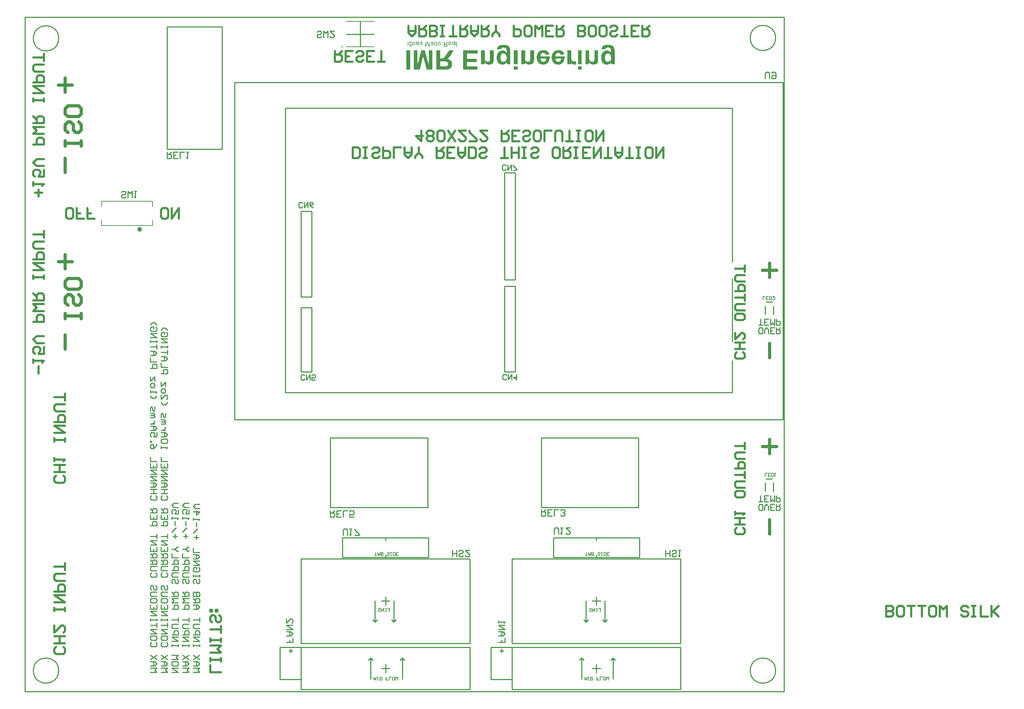
<source format=gbo>
G04*
G04 #@! TF.GenerationSoftware,Altium Limited,CircuitStudio,1.5.1 (13)*
G04*
G04 Layer_Color=9474192*
%FSLAX23Y23*%
%MOIN*%
G70*
G01*
G75*
%ADD43C,0.010*%
%ADD44C,0.020*%
%ADD47C,0.030*%
%ADD73C,0.008*%
%ADD77C,0.005*%
G36*
X6620Y7961D02*
X6627Y7960D01*
X6633Y7958D01*
X6638Y7957D01*
X6641Y7956D01*
X6643Y7955D01*
X6644Y7954D01*
X6646Y7953D01*
X6647Y7952D01*
X6648Y7952D01*
X6648Y7952D01*
X6648D01*
X6653Y7948D01*
X6658Y7943D01*
X6661Y7938D01*
X6664Y7934D01*
X6666Y7929D01*
X6667Y7928D01*
X6668Y7926D01*
X6668Y7925D01*
X6669Y7924D01*
X6669Y7923D01*
Y7923D01*
X6635Y7917D01*
X6634Y7921D01*
X6632Y7924D01*
X6631Y7926D01*
X6630Y7928D01*
X6629Y7930D01*
X6628Y7931D01*
X6627Y7931D01*
X6626Y7931D01*
X6624Y7933D01*
X6622Y7934D01*
X6620Y7935D01*
X6618Y7935D01*
X6616Y7936D01*
X6614Y7936D01*
X6613D01*
X6609Y7936D01*
X6605Y7935D01*
X6601Y7933D01*
X6598Y7932D01*
X6596Y7930D01*
X6595Y7929D01*
X6593Y7928D01*
X6593Y7928D01*
X6590Y7924D01*
X6589Y7920D01*
X6587Y7916D01*
X6586Y7913D01*
X6586Y7909D01*
X6585Y7906D01*
X6585Y7905D01*
Y7904D01*
Y7904D01*
Y7904D01*
X6671D01*
Y7896D01*
X6671Y7890D01*
X6670Y7884D01*
X6669Y7878D01*
X6667Y7873D01*
X6666Y7868D01*
X6665Y7864D01*
X6663Y7860D01*
X6661Y7856D01*
X6660Y7853D01*
X6659Y7851D01*
X6657Y7849D01*
X6656Y7847D01*
X6656Y7846D01*
X6655Y7845D01*
X6655Y7845D01*
X6652Y7842D01*
X6648Y7839D01*
X6644Y7836D01*
X6641Y7834D01*
X6637Y7832D01*
X6633Y7830D01*
X6629Y7829D01*
X6626Y7828D01*
X6622Y7827D01*
X6619Y7827D01*
X6616Y7826D01*
X6614Y7826D01*
X6612Y7826D01*
X6609D01*
X6604Y7826D01*
X6600Y7826D01*
X6596Y7828D01*
X6592Y7829D01*
X6588Y7830D01*
X6584Y7831D01*
X6581Y7833D01*
X6578Y7835D01*
X6576Y7837D01*
X6573Y7838D01*
X6571Y7840D01*
X6570Y7841D01*
X6568Y7842D01*
X6567Y7843D01*
X6567Y7844D01*
X6567Y7844D01*
X6564Y7848D01*
X6561Y7852D01*
X6559Y7856D01*
X6557Y7860D01*
X6555Y7864D01*
X6554Y7868D01*
X6552Y7876D01*
X6551Y7880D01*
X6551Y7883D01*
X6550Y7887D01*
X6550Y7889D01*
X6550Y7892D01*
Y7893D01*
Y7894D01*
Y7895D01*
X6550Y7900D01*
X6550Y7904D01*
X6551Y7909D01*
X6552Y7913D01*
X6553Y7917D01*
X6554Y7921D01*
X6555Y7924D01*
X6556Y7927D01*
X6557Y7930D01*
X6559Y7932D01*
X6560Y7935D01*
X6560Y7936D01*
X6561Y7938D01*
X6562Y7939D01*
X6562Y7939D01*
X6562Y7939D01*
X6566Y7943D01*
X6569Y7947D01*
X6573Y7950D01*
X6577Y7952D01*
X6581Y7954D01*
X6586Y7956D01*
X6590Y7958D01*
X6594Y7959D01*
X6597Y7960D01*
X6601Y7960D01*
X6604Y7961D01*
X6607Y7961D01*
X6610D01*
X6611Y7962D01*
X6613D01*
X6620Y7961D01*
D02*
G37*
G36*
X6760D02*
X6767Y7960D01*
X6773Y7958D01*
X6778Y7957D01*
X6780Y7956D01*
X6782Y7955D01*
X6784Y7954D01*
X6785Y7953D01*
X6786Y7952D01*
X6787Y7952D01*
X6787Y7952D01*
X6788D01*
X6793Y7948D01*
X6797Y7943D01*
X6801Y7938D01*
X6804Y7934D01*
X6806Y7929D01*
X6807Y7928D01*
X6807Y7926D01*
X6808Y7925D01*
X6808Y7924D01*
X6809Y7923D01*
Y7923D01*
X6774Y7917D01*
X6773Y7921D01*
X6772Y7924D01*
X6771Y7926D01*
X6769Y7928D01*
X6768Y7930D01*
X6767Y7931D01*
X6766Y7931D01*
X6766Y7931D01*
X6764Y7933D01*
X6762Y7934D01*
X6759Y7935D01*
X6757Y7935D01*
X6755Y7936D01*
X6754Y7936D01*
X6752D01*
X6748Y7936D01*
X6744Y7935D01*
X6741Y7933D01*
X6738Y7932D01*
X6736Y7930D01*
X6734Y7929D01*
X6733Y7928D01*
X6732Y7928D01*
X6730Y7924D01*
X6728Y7920D01*
X6727Y7916D01*
X6725Y7913D01*
X6725Y7909D01*
X6725Y7906D01*
X6724Y7905D01*
Y7904D01*
Y7904D01*
Y7904D01*
X6811D01*
Y7896D01*
X6810Y7890D01*
X6809Y7884D01*
X6808Y7878D01*
X6807Y7873D01*
X6806Y7868D01*
X6804Y7864D01*
X6802Y7860D01*
X6801Y7856D01*
X6799Y7853D01*
X6798Y7851D01*
X6797Y7849D01*
X6796Y7847D01*
X6795Y7846D01*
X6794Y7845D01*
X6794Y7845D01*
X6791Y7842D01*
X6787Y7839D01*
X6784Y7836D01*
X6780Y7834D01*
X6776Y7832D01*
X6772Y7830D01*
X6769Y7829D01*
X6765Y7828D01*
X6762Y7827D01*
X6759Y7827D01*
X6756Y7826D01*
X6753Y7826D01*
X6751Y7826D01*
X6749D01*
X6744Y7826D01*
X6739Y7826D01*
X6735Y7828D01*
X6731Y7829D01*
X6727Y7830D01*
X6724Y7831D01*
X6721Y7833D01*
X6718Y7835D01*
X6715Y7837D01*
X6713Y7838D01*
X6711Y7840D01*
X6709Y7841D01*
X6708Y7842D01*
X6707Y7843D01*
X6706Y7844D01*
X6706Y7844D01*
X6703Y7848D01*
X6701Y7852D01*
X6698Y7856D01*
X6696Y7860D01*
X6695Y7864D01*
X6693Y7868D01*
X6691Y7876D01*
X6691Y7880D01*
X6690Y7883D01*
X6690Y7887D01*
X6689Y7889D01*
X6689Y7892D01*
Y7893D01*
Y7894D01*
Y7895D01*
X6689Y7900D01*
X6690Y7904D01*
X6691Y7909D01*
X6691Y7913D01*
X6692Y7917D01*
X6693Y7921D01*
X6694Y7924D01*
X6696Y7927D01*
X6697Y7930D01*
X6698Y7932D01*
X6699Y7935D01*
X6700Y7936D01*
X6701Y7938D01*
X6701Y7939D01*
X6702Y7939D01*
X6702Y7939D01*
X6705Y7943D01*
X6709Y7947D01*
X6713Y7950D01*
X6717Y7952D01*
X6721Y7954D01*
X6725Y7956D01*
X6729Y7958D01*
X6733Y7959D01*
X6737Y7960D01*
X6741Y7960D01*
X6744Y7961D01*
X6747Y7961D01*
X6749D01*
X6751Y7962D01*
X6752D01*
X6760Y7961D01*
D02*
G37*
G36*
X7124Y7878D02*
Y7873D01*
X7124Y7868D01*
X7124Y7864D01*
X7123Y7861D01*
X7123Y7858D01*
X7122Y7857D01*
X7122Y7855D01*
Y7855D01*
X7121Y7852D01*
X7120Y7849D01*
X7119Y7847D01*
X7118Y7845D01*
X7117Y7843D01*
X7116Y7842D01*
X7116Y7841D01*
X7115Y7840D01*
X7113Y7838D01*
X7111Y7836D01*
X7109Y7834D01*
X7106Y7833D01*
X7104Y7831D01*
X7102Y7831D01*
X7101Y7830D01*
X7101Y7830D01*
X7097Y7829D01*
X7094Y7828D01*
X7090Y7827D01*
X7087Y7826D01*
X7084Y7826D01*
X7082Y7826D01*
X7080D01*
X7075Y7826D01*
X7071Y7827D01*
X7067Y7828D01*
X7062Y7829D01*
X7059Y7831D01*
X7055Y7833D01*
X7052Y7835D01*
X7049Y7837D01*
X7046Y7839D01*
X7044Y7841D01*
X7042Y7843D01*
X7040Y7844D01*
X7039Y7846D01*
X7038Y7847D01*
X7038Y7847D01*
X7037Y7848D01*
Y7829D01*
X7005D01*
Y7959D01*
X7040D01*
Y7900D01*
Y7896D01*
Y7893D01*
X7040Y7889D01*
X7040Y7886D01*
Y7883D01*
X7041Y7881D01*
X7041Y7879D01*
X7041Y7877D01*
X7042Y7874D01*
X7042Y7872D01*
X7042Y7871D01*
Y7870D01*
X7044Y7867D01*
X7045Y7865D01*
X7047Y7862D01*
X7048Y7860D01*
X7050Y7859D01*
X7051Y7858D01*
X7052Y7857D01*
X7052Y7857D01*
X7055Y7856D01*
X7058Y7854D01*
X7060Y7853D01*
X7063Y7853D01*
X7065Y7852D01*
X7067Y7852D01*
X7068D01*
X7071Y7852D01*
X7073Y7853D01*
X7075Y7853D01*
X7077Y7854D01*
X7078Y7855D01*
X7079Y7855D01*
X7080Y7856D01*
X7080Y7856D01*
X7082Y7857D01*
X7083Y7859D01*
X7086Y7862D01*
X7086Y7863D01*
X7087Y7864D01*
X7087Y7865D01*
Y7865D01*
X7088Y7867D01*
X7088Y7868D01*
X7089Y7872D01*
X7089Y7877D01*
X7089Y7881D01*
X7090Y7886D01*
Y7887D01*
Y7889D01*
Y7890D01*
Y7892D01*
Y7892D01*
Y7893D01*
Y7959D01*
X7124D01*
Y7878D01*
D02*
G37*
G36*
X5752Y7924D02*
X5750Y7920D01*
X5748Y7916D01*
X5745Y7913D01*
X5743Y7910D01*
X5742Y7908D01*
X5740Y7905D01*
X5737Y7901D01*
X5735Y7898D01*
X5733Y7896D01*
X5732Y7895D01*
X5731Y7895D01*
X5729Y7892D01*
X5725Y7889D01*
X5722Y7886D01*
X5719Y7884D01*
X5716Y7882D01*
X5714Y7881D01*
X5713Y7880D01*
X5713Y7880D01*
X5712D01*
X5717Y7879D01*
X5721Y7878D01*
X5724Y7877D01*
X5728Y7875D01*
X5731Y7874D01*
X5734Y7873D01*
X5737Y7872D01*
X5739Y7870D01*
X5741Y7869D01*
X5743Y7867D01*
X5744Y7866D01*
X5745Y7865D01*
X5746Y7864D01*
X5747Y7864D01*
X5748Y7863D01*
X5748Y7863D01*
X5750Y7860D01*
X5752Y7858D01*
X5755Y7852D01*
X5757Y7847D01*
X5758Y7841D01*
X5759Y7837D01*
X5759Y7835D01*
Y7833D01*
X5760Y7832D01*
Y7830D01*
Y7830D01*
Y7830D01*
X5759Y7824D01*
X5758Y7818D01*
X5757Y7814D01*
X5756Y7810D01*
X5754Y7806D01*
X5753Y7804D01*
X5752Y7803D01*
X5752Y7802D01*
X5752Y7802D01*
Y7802D01*
X5749Y7797D01*
X5745Y7794D01*
X5742Y7791D01*
X5738Y7788D01*
X5735Y7787D01*
X5733Y7785D01*
X5731Y7784D01*
X5731Y7784D01*
X5731D01*
X5728Y7783D01*
X5725Y7783D01*
X5719Y7781D01*
X5712Y7781D01*
X5705Y7780D01*
X5702D01*
X5699Y7780D01*
X5696D01*
X5694Y7779D01*
X5613D01*
Y7959D01*
X5649D01*
Y7884D01*
X5661D01*
X5665Y7884D01*
X5668Y7884D01*
X5670Y7885D01*
X5672Y7885D01*
X5674Y7886D01*
X5674Y7886D01*
X5675D01*
X5677Y7887D01*
X5679Y7888D01*
X5681Y7889D01*
X5682Y7890D01*
X5684Y7892D01*
X5685Y7893D01*
X5685Y7893D01*
X5686Y7893D01*
X5687Y7895D01*
X5688Y7896D01*
X5691Y7900D01*
X5694Y7904D01*
X5697Y7909D01*
X5700Y7913D01*
X5701Y7915D01*
X5702Y7916D01*
X5703Y7918D01*
X5704Y7919D01*
X5705Y7920D01*
X5705Y7920D01*
X5731Y7959D01*
X5774D01*
X5752Y7924D01*
D02*
G37*
G36*
X6247Y8011D02*
X6253Y8011D01*
X6258Y8010D01*
X6262Y8009D01*
X6265Y8009D01*
X6268Y8008D01*
X6269Y8008D01*
X6270Y8008D01*
X6274Y8006D01*
X6278Y8005D01*
X6281Y8003D01*
X6283Y8001D01*
X6285Y8000D01*
X6287Y7999D01*
X6288Y7998D01*
X6288Y7998D01*
X6291Y7995D01*
X6293Y7992D01*
X6294Y7989D01*
X6296Y7986D01*
X6297Y7984D01*
X6298Y7981D01*
X6299Y7980D01*
X6299Y7980D01*
X6300Y7977D01*
X6300Y7975D01*
X6301Y7970D01*
X6302Y7964D01*
X6302Y7958D01*
X6302Y7953D01*
X6303Y7951D01*
Y7949D01*
Y7948D01*
Y7946D01*
Y7946D01*
Y7945D01*
Y7829D01*
X6271D01*
Y7847D01*
X6267Y7843D01*
X6264Y7840D01*
X6261Y7837D01*
X6258Y7835D01*
X6254Y7833D01*
X6251Y7831D01*
X6248Y7830D01*
X6245Y7828D01*
X6242Y7828D01*
X6239Y7827D01*
X6237Y7826D01*
X6235Y7826D01*
X6233D01*
X6232Y7826D01*
X6231D01*
X6227Y7826D01*
X6222Y7826D01*
X6218Y7827D01*
X6215Y7828D01*
X6208Y7831D01*
X6205Y7833D01*
X6202Y7834D01*
X6200Y7836D01*
X6198Y7838D01*
X6196Y7839D01*
X6194Y7840D01*
X6193Y7842D01*
X6192Y7842D01*
X6192Y7843D01*
X6192Y7843D01*
X6189Y7846D01*
X6186Y7850D01*
X6184Y7854D01*
X6182Y7858D01*
X6181Y7862D01*
X6180Y7866D01*
X6178Y7875D01*
X6177Y7878D01*
X6177Y7882D01*
X6177Y7885D01*
X6176Y7888D01*
X6176Y7890D01*
Y7892D01*
Y7893D01*
Y7893D01*
X6176Y7898D01*
X6177Y7902D01*
X6178Y7911D01*
X6179Y7915D01*
X6180Y7918D01*
X6181Y7922D01*
X6182Y7924D01*
X6183Y7927D01*
X6184Y7930D01*
X6185Y7932D01*
X6186Y7934D01*
X6187Y7935D01*
X6187Y7936D01*
X6188Y7936D01*
Y7937D01*
X6191Y7941D01*
X6194Y7944D01*
X6198Y7947D01*
X6201Y7949D01*
X6204Y7951D01*
X6208Y7953D01*
X6211Y7955D01*
X6214Y7956D01*
X6217Y7957D01*
X6220Y7957D01*
X6223Y7958D01*
X6225Y7958D01*
X6227D01*
X6228Y7959D01*
X6229D01*
X6234Y7958D01*
X6238Y7958D01*
X6242Y7957D01*
X6245Y7955D01*
X6252Y7952D01*
X6255Y7950D01*
X6258Y7948D01*
X6260Y7946D01*
X6262Y7944D01*
X6264Y7943D01*
X6265Y7941D01*
X6267Y7939D01*
X6267Y7938D01*
X6268Y7938D01*
X6268Y7938D01*
Y7957D01*
Y7960D01*
X6268Y7964D01*
X6268Y7966D01*
X6267Y7969D01*
X6267Y7970D01*
X6267Y7971D01*
X6266Y7972D01*
Y7972D01*
X6265Y7974D01*
X6264Y7976D01*
X6263Y7978D01*
X6262Y7979D01*
X6261Y7980D01*
X6260Y7980D01*
X6260Y7981D01*
X6260Y7981D01*
X6257Y7982D01*
X6254Y7983D01*
X6250Y7984D01*
X6247Y7985D01*
X6244Y7985D01*
X6242Y7985D01*
X6239D01*
X6236Y7985D01*
X6233Y7985D01*
X6230Y7984D01*
X6228Y7983D01*
X6226Y7983D01*
X6225Y7982D01*
X6224Y7981D01*
X6224Y7981D01*
X6223Y7980D01*
X6222Y7979D01*
X6221Y7976D01*
X6220Y7974D01*
X6220Y7973D01*
X6220Y7972D01*
Y7972D01*
X6180Y7967D01*
X6180Y7969D01*
Y7970D01*
Y7971D01*
Y7971D01*
X6180Y7974D01*
X6181Y7978D01*
X6182Y7983D01*
X6185Y7988D01*
X6187Y7992D01*
X6189Y7996D01*
X6192Y7998D01*
X6193Y8000D01*
X6194Y8000D01*
X6194Y8000D01*
X6197Y8002D01*
X6200Y8004D01*
X6203Y8005D01*
X6207Y8007D01*
X6215Y8009D01*
X6223Y8010D01*
X6226Y8011D01*
X6230Y8011D01*
X6233Y8011D01*
X6235D01*
X6238Y8012D01*
X6241D01*
X6247Y8011D01*
D02*
G37*
G36*
X5367Y8039D02*
X5368Y8039D01*
X5369Y8039D01*
X5370Y8039D01*
X5370Y8038D01*
X5371Y8038D01*
X5372Y8037D01*
X5372Y8037D01*
X5373Y8037D01*
X5374Y8036D01*
X5374Y8036D01*
X5374Y8035D01*
X5374Y8035D01*
X5375Y8035D01*
X5375Y8035D01*
X5375Y8035D01*
Y8039D01*
X5380D01*
Y7994D01*
X5374D01*
Y8010D01*
X5374Y8009D01*
X5373Y8009D01*
X5373Y8008D01*
X5372Y8008D01*
X5371Y8007D01*
X5371Y8007D01*
X5371Y8007D01*
X5371Y8007D01*
X5370Y8006D01*
X5369Y8006D01*
X5368Y8006D01*
X5367Y8006D01*
X5366Y8005D01*
X5366Y8005D01*
X5365D01*
X5364Y8005D01*
X5363Y8006D01*
X5361Y8006D01*
X5360Y8006D01*
X5359Y8007D01*
X5359Y8007D01*
X5359Y8007D01*
X5358Y8007D01*
X5358Y8008D01*
X5358D01*
X5357Y8008D01*
X5356Y8009D01*
X5355Y8010D01*
X5355Y8011D01*
X5354Y8012D01*
X5354Y8013D01*
X5354Y8013D01*
X5353Y8013D01*
X5353Y8014D01*
Y8014D01*
X5353Y8015D01*
X5352Y8017D01*
X5352Y8018D01*
X5352Y8020D01*
X5352Y8021D01*
Y8021D01*
X5352Y8022D01*
Y8022D01*
Y8022D01*
Y8022D01*
Y8022D01*
X5352Y8024D01*
X5352Y8026D01*
X5352Y8027D01*
X5353Y8029D01*
X5353Y8029D01*
X5353Y8030D01*
X5353Y8030D01*
X5353Y8031D01*
X5353Y8031D01*
X5353Y8031D01*
X5353Y8031D01*
Y8031D01*
X5354Y8033D01*
X5355Y8034D01*
X5356Y8035D01*
X5357Y8036D01*
X5357Y8036D01*
X5358Y8037D01*
X5358Y8037D01*
X5358Y8037D01*
X5359D01*
X5360Y8038D01*
X5361Y8038D01*
X5362Y8039D01*
X5363Y8039D01*
X5364Y8039D01*
X5365Y8039D01*
X5365Y8039D01*
X5366D01*
X5367Y8039D01*
D02*
G37*
G36*
X5607D02*
X5608Y8039D01*
X5609Y8039D01*
X5610Y8039D01*
X5611Y8038D01*
X5612Y8038D01*
X5612Y8037D01*
X5613Y8037D01*
X5614Y8037D01*
X5614Y8036D01*
X5614Y8036D01*
X5615Y8035D01*
X5615Y8035D01*
X5615Y8035D01*
X5615Y8035D01*
X5615Y8035D01*
Y8039D01*
X5620D01*
Y7994D01*
X5615D01*
Y8010D01*
X5614Y8009D01*
X5614Y8009D01*
X5613Y8008D01*
X5612Y8008D01*
X5612Y8007D01*
X5612Y8007D01*
X5611Y8007D01*
X5611Y8007D01*
X5610Y8006D01*
X5609Y8006D01*
X5608Y8006D01*
X5608Y8006D01*
X5607Y8005D01*
X5606Y8005D01*
X5606D01*
X5604Y8005D01*
X5603Y8006D01*
X5602Y8006D01*
X5601Y8006D01*
X5600Y8007D01*
X5599Y8007D01*
X5599Y8007D01*
X5599Y8007D01*
X5599Y8008D01*
X5599D01*
X5598Y8008D01*
X5597Y8009D01*
X5596Y8010D01*
X5595Y8011D01*
X5595Y8012D01*
X5594Y8013D01*
X5594Y8013D01*
X5594Y8013D01*
X5594Y8014D01*
Y8014D01*
X5593Y8015D01*
X5593Y8017D01*
X5593Y8018D01*
X5592Y8020D01*
X5592Y8021D01*
Y8021D01*
X5592Y8022D01*
Y8022D01*
Y8022D01*
Y8022D01*
Y8022D01*
X5592Y8024D01*
X5592Y8026D01*
X5593Y8027D01*
X5593Y8029D01*
X5593Y8029D01*
X5593Y8030D01*
X5594Y8030D01*
X5594Y8031D01*
X5594Y8031D01*
X5594Y8031D01*
X5594Y8031D01*
Y8031D01*
X5595Y8033D01*
X5596Y8034D01*
X5596Y8035D01*
X5597Y8036D01*
X5598Y8036D01*
X5599Y8037D01*
X5599Y8037D01*
X5599Y8037D01*
X5599D01*
X5600Y8038D01*
X5601Y8038D01*
X5603Y8039D01*
X5604Y8039D01*
X5605Y8039D01*
X5606Y8039D01*
X5606Y8039D01*
X5606D01*
X5607Y8039D01*
D02*
G37*
G36*
X7222Y8011D02*
X7228Y8011D01*
X7233Y8010D01*
X7237Y8009D01*
X7241Y8009D01*
X7243Y8008D01*
X7245Y8008D01*
X7245Y8008D01*
X7249Y8006D01*
X7253Y8005D01*
X7256Y8003D01*
X7259Y8001D01*
X7260Y8000D01*
X7262Y7999D01*
X7263Y7998D01*
X7263Y7998D01*
X7266Y7995D01*
X7268Y7992D01*
X7270Y7989D01*
X7271Y7986D01*
X7273Y7984D01*
X7273Y7981D01*
X7274Y7980D01*
X7274Y7980D01*
X7275Y7977D01*
X7276Y7975D01*
X7277Y7970D01*
X7277Y7964D01*
X7278Y7958D01*
X7278Y7953D01*
X7278Y7951D01*
Y7949D01*
Y7948D01*
Y7946D01*
Y7946D01*
Y7945D01*
Y7829D01*
X7246D01*
Y7847D01*
X7243Y7843D01*
X7240Y7840D01*
X7236Y7837D01*
X7233Y7835D01*
X7230Y7833D01*
X7226Y7831D01*
X7223Y7830D01*
X7220Y7828D01*
X7217Y7828D01*
X7215Y7827D01*
X7212Y7826D01*
X7210Y7826D01*
X7208D01*
X7207Y7826D01*
X7206D01*
X7202Y7826D01*
X7198Y7826D01*
X7194Y7827D01*
X7190Y7828D01*
X7183Y7831D01*
X7180Y7833D01*
X7178Y7834D01*
X7175Y7836D01*
X7173Y7838D01*
X7171Y7839D01*
X7170Y7840D01*
X7168Y7842D01*
X7168Y7842D01*
X7167Y7843D01*
X7167Y7843D01*
X7164Y7846D01*
X7162Y7850D01*
X7160Y7854D01*
X7158Y7858D01*
X7157Y7862D01*
X7155Y7866D01*
X7153Y7875D01*
X7153Y7878D01*
X7152Y7882D01*
X7152Y7885D01*
X7152Y7888D01*
X7151Y7890D01*
Y7892D01*
Y7893D01*
Y7893D01*
X7152Y7898D01*
X7152Y7902D01*
X7153Y7911D01*
X7154Y7915D01*
X7155Y7918D01*
X7156Y7922D01*
X7157Y7924D01*
X7158Y7927D01*
X7159Y7930D01*
X7160Y7932D01*
X7161Y7934D01*
X7162Y7935D01*
X7163Y7936D01*
X7163Y7936D01*
Y7937D01*
X7166Y7941D01*
X7170Y7944D01*
X7173Y7947D01*
X7176Y7949D01*
X7180Y7951D01*
X7183Y7953D01*
X7187Y7955D01*
X7190Y7956D01*
X7193Y7957D01*
X7196Y7957D01*
X7198Y7958D01*
X7200Y7958D01*
X7202D01*
X7204Y7959D01*
X7205D01*
X7209Y7958D01*
X7213Y7958D01*
X7217Y7957D01*
X7221Y7955D01*
X7227Y7952D01*
X7230Y7950D01*
X7233Y7948D01*
X7235Y7946D01*
X7238Y7944D01*
X7239Y7943D01*
X7241Y7941D01*
X7242Y7939D01*
X7243Y7938D01*
X7243Y7938D01*
X7244Y7938D01*
Y7957D01*
Y7960D01*
X7243Y7964D01*
X7243Y7966D01*
X7243Y7969D01*
X7242Y7970D01*
X7242Y7971D01*
X7242Y7972D01*
Y7972D01*
X7241Y7974D01*
X7240Y7976D01*
X7239Y7978D01*
X7238Y7979D01*
X7237Y7980D01*
X7236Y7980D01*
X7235Y7981D01*
X7235Y7981D01*
X7232Y7982D01*
X7229Y7983D01*
X7226Y7984D01*
X7222Y7985D01*
X7220Y7985D01*
X7217Y7985D01*
X7215D01*
X7211Y7985D01*
X7208Y7985D01*
X7206Y7984D01*
X7203Y7983D01*
X7202Y7983D01*
X7201Y7982D01*
X7200Y7981D01*
X7200Y7981D01*
X7198Y7980D01*
X7197Y7979D01*
X7196Y7976D01*
X7196Y7974D01*
X7195Y7973D01*
X7195Y7972D01*
Y7972D01*
X7156Y7967D01*
X7156Y7969D01*
Y7970D01*
Y7971D01*
Y7971D01*
X7156Y7974D01*
X7156Y7978D01*
X7158Y7983D01*
X7160Y7988D01*
X7163Y7992D01*
X7165Y7996D01*
X7167Y7998D01*
X7169Y8000D01*
X7169Y8000D01*
X7169Y8000D01*
X7172Y8002D01*
X7175Y8004D01*
X7179Y8005D01*
X7182Y8007D01*
X7190Y8009D01*
X7198Y8010D01*
X7202Y8011D01*
X7205Y8011D01*
X7208Y8011D01*
X7211D01*
X7213Y8012D01*
X7216D01*
X7222Y8011D01*
D02*
G37*
G36*
X5344Y7994D02*
X5338D01*
Y8039D01*
X5344D01*
Y7994D01*
D02*
G37*
G36*
X6525Y7878D02*
Y7873D01*
X6525Y7868D01*
X6524Y7864D01*
X6524Y7861D01*
X6524Y7858D01*
X6523Y7857D01*
X6523Y7855D01*
Y7855D01*
X6522Y7852D01*
X6521Y7849D01*
X6520Y7847D01*
X6519Y7845D01*
X6518Y7843D01*
X6517Y7842D01*
X6516Y7841D01*
X6516Y7840D01*
X6514Y7838D01*
X6512Y7836D01*
X6509Y7834D01*
X6507Y7833D01*
X6505Y7831D01*
X6503Y7831D01*
X6502Y7830D01*
X6502Y7830D01*
X6498Y7829D01*
X6494Y7828D01*
X6491Y7827D01*
X6488Y7826D01*
X6485Y7826D01*
X6483Y7826D01*
X6481D01*
X6476Y7826D01*
X6471Y7827D01*
X6467Y7828D01*
X6463Y7829D01*
X6459Y7831D01*
X6456Y7833D01*
X6453Y7835D01*
X6450Y7837D01*
X6447Y7839D01*
X6445Y7841D01*
X6443Y7843D01*
X6441Y7844D01*
X6440Y7846D01*
X6439Y7847D01*
X6438Y7847D01*
X6438Y7848D01*
Y7829D01*
X6406D01*
Y7959D01*
X6441D01*
Y7900D01*
Y7896D01*
Y7893D01*
X6441Y7889D01*
X6441Y7886D01*
Y7883D01*
X6441Y7881D01*
X6442Y7879D01*
X6442Y7877D01*
X6442Y7874D01*
X6443Y7872D01*
X6443Y7871D01*
Y7870D01*
X6444Y7867D01*
X6446Y7865D01*
X6447Y7862D01*
X6449Y7860D01*
X6450Y7859D01*
X6452Y7858D01*
X6453Y7857D01*
X6453Y7857D01*
X6456Y7856D01*
X6459Y7854D01*
X6461Y7853D01*
X6464Y7853D01*
X6466Y7852D01*
X6467Y7852D01*
X6469D01*
X6471Y7852D01*
X6474Y7853D01*
X6476Y7853D01*
X6477Y7854D01*
X6479Y7855D01*
X6480Y7855D01*
X6481Y7856D01*
X6481Y7856D01*
X6483Y7857D01*
X6484Y7859D01*
X6486Y7862D01*
X6487Y7863D01*
X6488Y7864D01*
X6488Y7865D01*
Y7865D01*
X6489Y7867D01*
X6489Y7868D01*
X6489Y7872D01*
X6490Y7877D01*
X6490Y7881D01*
X6490Y7886D01*
Y7887D01*
Y7889D01*
Y7890D01*
Y7892D01*
Y7892D01*
Y7893D01*
Y7959D01*
X6525D01*
Y7878D01*
D02*
G37*
G36*
X6371Y7779D02*
X6337D01*
Y7811D01*
X6371D01*
Y7779D01*
D02*
G37*
G36*
X6970D02*
X6936D01*
Y7811D01*
X6970D01*
Y7779D01*
D02*
G37*
G36*
X5369D02*
X5333D01*
Y7959D01*
X5369D01*
Y7779D01*
D02*
G37*
G36*
X6000Y7928D02*
X5900D01*
Y7880D01*
X5990D01*
Y7849D01*
X5900D01*
Y7810D01*
X5997D01*
Y7779D01*
X5864D01*
Y7959D01*
X6000D01*
Y7928D01*
D02*
G37*
G36*
X5576Y7779D02*
X5522D01*
X5490Y7902D01*
X5458Y7779D01*
X5404D01*
Y7959D01*
X5437D01*
Y7818D01*
X5472Y7959D01*
X5507D01*
X5543Y7818D01*
X5543Y7959D01*
X5576D01*
Y7779D01*
D02*
G37*
G36*
X6970Y7829D02*
X6936D01*
Y7959D01*
X6970D01*
Y7829D01*
D02*
G37*
G36*
X6149Y7878D02*
Y7873D01*
X6149Y7868D01*
X6148Y7864D01*
X6148Y7861D01*
X6147Y7858D01*
X6147Y7857D01*
X6147Y7855D01*
Y7855D01*
X6146Y7852D01*
X6145Y7849D01*
X6144Y7847D01*
X6143Y7845D01*
X6142Y7843D01*
X6141Y7842D01*
X6140Y7841D01*
X6140Y7840D01*
X6138Y7838D01*
X6136Y7836D01*
X6133Y7834D01*
X6131Y7833D01*
X6129Y7831D01*
X6127Y7831D01*
X6126Y7830D01*
X6125Y7830D01*
X6122Y7829D01*
X6118Y7828D01*
X6115Y7827D01*
X6112Y7826D01*
X6109Y7826D01*
X6107Y7826D01*
X6105D01*
X6100Y7826D01*
X6095Y7827D01*
X6091Y7828D01*
X6087Y7829D01*
X6083Y7831D01*
X6080Y7833D01*
X6076Y7835D01*
X6074Y7837D01*
X6071Y7839D01*
X6069Y7841D01*
X6067Y7843D01*
X6065Y7844D01*
X6064Y7846D01*
X6063Y7847D01*
X6062Y7847D01*
X6062Y7848D01*
Y7829D01*
X6030D01*
Y7959D01*
X6065D01*
Y7900D01*
Y7896D01*
Y7893D01*
X6065Y7889D01*
X6065Y7886D01*
Y7883D01*
X6065Y7881D01*
X6066Y7879D01*
X6066Y7877D01*
X6066Y7874D01*
X6067Y7872D01*
X6067Y7871D01*
Y7870D01*
X6068Y7867D01*
X6070Y7865D01*
X6071Y7862D01*
X6073Y7860D01*
X6074Y7859D01*
X6076Y7858D01*
X6076Y7857D01*
X6077Y7857D01*
X6080Y7856D01*
X6082Y7854D01*
X6085Y7853D01*
X6088Y7853D01*
X6090Y7852D01*
X6091Y7852D01*
X6093D01*
X6095Y7852D01*
X6098Y7853D01*
X6100Y7853D01*
X6101Y7854D01*
X6103Y7855D01*
X6104Y7855D01*
X6104Y7856D01*
X6105Y7856D01*
X6107Y7857D01*
X6108Y7859D01*
X6110Y7862D01*
X6111Y7863D01*
X6111Y7864D01*
X6112Y7865D01*
Y7865D01*
X6112Y7867D01*
X6113Y7868D01*
X6113Y7872D01*
X6114Y7877D01*
X6114Y7881D01*
X6114Y7886D01*
Y7887D01*
Y7889D01*
Y7890D01*
Y7892D01*
Y7892D01*
Y7893D01*
Y7959D01*
X6149D01*
Y7878D01*
D02*
G37*
G36*
X6872Y7919D02*
Y7913D01*
Y7907D01*
X6872Y7902D01*
X6872Y7898D01*
Y7894D01*
X6872Y7890D01*
X6873Y7887D01*
X6873Y7885D01*
X6873Y7882D01*
X6873Y7880D01*
X6874Y7879D01*
Y7877D01*
X6874Y7876D01*
X6874Y7876D01*
Y7875D01*
X6875Y7872D01*
X6877Y7868D01*
X6878Y7866D01*
X6879Y7864D01*
X6880Y7862D01*
X6881Y7861D01*
X6882Y7861D01*
X6882Y7861D01*
X6884Y7859D01*
X6886Y7858D01*
X6888Y7858D01*
X6890Y7857D01*
X6892Y7857D01*
X6893Y7857D01*
X6894D01*
X6897Y7857D01*
X6900Y7857D01*
X6903Y7858D01*
X6905Y7859D01*
X6907Y7860D01*
X6909Y7861D01*
X6910Y7862D01*
X6910Y7862D01*
X6921Y7832D01*
X6917Y7830D01*
X6913Y7829D01*
X6909Y7827D01*
X6906Y7826D01*
X6903Y7826D01*
X6900Y7826D01*
X6898D01*
X6895Y7826D01*
X6893Y7826D01*
X6890Y7827D01*
X6888Y7828D01*
X6886Y7829D01*
X6885Y7829D01*
X6884Y7830D01*
X6884Y7830D01*
X6881Y7832D01*
X6879Y7834D01*
X6876Y7837D01*
X6874Y7840D01*
X6872Y7843D01*
X6870Y7845D01*
X6869Y7847D01*
X6869Y7847D01*
Y7829D01*
X6837D01*
Y7959D01*
X6872D01*
Y7919D01*
D02*
G37*
G36*
X6371Y7829D02*
X6337D01*
Y7959D01*
X6371D01*
Y7829D01*
D02*
G37*
G36*
X5434Y8039D02*
X5435Y8039D01*
X5436Y8039D01*
X5437Y8039D01*
X5438Y8039D01*
X5438Y8038D01*
X5439Y8038D01*
X5439Y8038D01*
X5440Y8038D01*
X5441Y8037D01*
X5442Y8037D01*
X5443Y8036D01*
X5444Y8035D01*
X5444Y8035D01*
X5445Y8035D01*
X5445Y8035D01*
X5445D01*
X5445Y8035D01*
X5445Y8036D01*
X5445Y8037D01*
X5445Y8037D01*
X5446Y8038D01*
X5446Y8038D01*
X5446Y8039D01*
X5446Y8039D01*
X5452D01*
X5451Y8038D01*
X5451Y8037D01*
X5451Y8037D01*
X5451Y8036D01*
X5450Y8035D01*
X5450Y8035D01*
X5450Y8035D01*
Y8035D01*
X5450Y8034D01*
X5450Y8034D01*
Y8033D01*
X5450Y8032D01*
X5450Y8031D01*
Y8029D01*
X5450Y8028D01*
Y8027D01*
Y8026D01*
Y8026D01*
Y8025D01*
Y8025D01*
Y8025D01*
Y8018D01*
Y8016D01*
X5450Y8015D01*
X5450Y8014D01*
Y8014D01*
X5450Y8013D01*
X5450Y8013D01*
X5450Y8013D01*
Y8013D01*
X5449Y8012D01*
X5449Y8011D01*
X5449Y8010D01*
X5449Y8010D01*
X5448Y8010D01*
X5448Y8009D01*
X5448Y8009D01*
X5448Y8009D01*
X5447Y8008D01*
X5447Y8008D01*
X5446Y8007D01*
X5446Y8007D01*
X5445Y8007D01*
X5444Y8007D01*
X5444Y8007D01*
X5444Y8006D01*
X5443Y8006D01*
X5442Y8006D01*
X5441Y8006D01*
X5440Y8006D01*
X5439Y8005D01*
X5438Y8005D01*
X5437D01*
X5436Y8005D01*
X5434Y8006D01*
X5433Y8006D01*
X5432Y8006D01*
X5431Y8006D01*
X5430Y8006D01*
X5430Y8006D01*
X5430Y8007D01*
X5430Y8007D01*
X5430D01*
X5429Y8007D01*
X5428Y8008D01*
X5427Y8008D01*
X5426Y8009D01*
X5426Y8009D01*
X5425Y8010D01*
X5425Y8010D01*
X5425Y8010D01*
X5424Y8011D01*
X5424Y8012D01*
X5424Y8013D01*
X5423Y8013D01*
X5423Y8014D01*
X5423Y8015D01*
X5423Y8015D01*
Y8015D01*
X5423Y8015D01*
Y8015D01*
X5428Y8016D01*
X5428Y8015D01*
X5429Y8014D01*
X5429Y8013D01*
X5430Y8012D01*
X5430Y8012D01*
X5430Y8012D01*
X5431Y8011D01*
X5431Y8011D01*
X5431Y8011D01*
X5432Y8011D01*
X5433Y8010D01*
X5434Y8010D01*
X5435Y8010D01*
X5436Y8010D01*
X5436D01*
X5438Y8010D01*
X5439Y8010D01*
X5440Y8011D01*
X5441Y8011D01*
X5442Y8011D01*
X5442Y8012D01*
X5443Y8012D01*
X5443Y8012D01*
X5443Y8012D01*
X5444Y8013D01*
X5444Y8014D01*
X5444Y8015D01*
X5444Y8015D01*
X5444Y8016D01*
Y8016D01*
Y8017D01*
Y8017D01*
Y8017D01*
Y8017D01*
Y8017D01*
X5444Y8018D01*
Y8018D01*
Y8018D01*
X5444Y8018D01*
X5443Y8018D01*
X5441Y8019D01*
X5440Y8019D01*
X5438Y8019D01*
X5437Y8020D01*
X5437Y8020D01*
X5436Y8020D01*
X5436Y8020D01*
X5435Y8020D01*
X5435D01*
X5434Y8020D01*
X5434D01*
X5433Y8020D01*
X5432Y8020D01*
X5431Y8020D01*
X5431Y8021D01*
X5430Y8021D01*
X5430Y8021D01*
X5430Y8021D01*
X5430D01*
X5429Y8021D01*
X5428Y8021D01*
X5427Y8022D01*
X5427Y8022D01*
X5426Y8022D01*
X5426Y8022D01*
X5426Y8023D01*
X5426Y8023D01*
X5425Y8023D01*
X5424Y8024D01*
X5424Y8024D01*
X5423Y8025D01*
X5423Y8025D01*
X5423Y8025D01*
X5423Y8026D01*
X5423Y8026D01*
X5422Y8026D01*
X5422Y8027D01*
X5422Y8028D01*
X5422Y8029D01*
X5422Y8029D01*
X5422Y8030D01*
Y8030D01*
Y8030D01*
X5422Y8031D01*
X5422Y8032D01*
X5422Y8033D01*
X5423Y8034D01*
X5423Y8035D01*
X5424Y8036D01*
X5424Y8036D01*
X5424Y8037D01*
X5425Y8037D01*
X5426Y8038D01*
X5427Y8038D01*
X5428Y8039D01*
X5430Y8039D01*
X5431Y8039D01*
X5431Y8039D01*
X5432D01*
X5432Y8039D01*
X5433D01*
X5434Y8039D01*
D02*
G37*
G36*
X5404Y8039D02*
X5406Y8039D01*
X5408Y8039D01*
X5408Y8038D01*
X5409Y8038D01*
X5410Y8038D01*
X5410Y8037D01*
X5411Y8037D01*
X5411Y8037D01*
X5411Y8037D01*
X5411Y8037D01*
X5411Y8037D01*
X5412D01*
X5413Y8035D01*
X5414Y8034D01*
X5415Y8033D01*
X5415Y8032D01*
X5416Y8031D01*
X5416Y8030D01*
X5416Y8030D01*
X5416Y8029D01*
X5417Y8029D01*
X5417Y8029D01*
Y8029D01*
X5411Y8028D01*
X5410Y8029D01*
X5410Y8030D01*
X5409Y8031D01*
X5409Y8032D01*
X5408Y8033D01*
X5408Y8033D01*
X5408Y8033D01*
X5407Y8033D01*
X5407Y8034D01*
X5406Y8034D01*
X5405Y8034D01*
X5404Y8035D01*
X5403Y8035D01*
X5403Y8035D01*
X5402D01*
X5402Y8035D01*
X5401Y8035D01*
X5400Y8034D01*
X5398Y8034D01*
X5397Y8033D01*
X5397Y8033D01*
X5396Y8033D01*
X5396Y8032D01*
X5395Y8032D01*
X5395D01*
X5395Y8031D01*
X5394Y8030D01*
X5393Y8028D01*
X5393Y8027D01*
X5393Y8026D01*
X5393Y8025D01*
X5393Y8025D01*
Y8024D01*
X5392Y8024D01*
Y8024D01*
Y8024D01*
X5417D01*
X5417Y8023D01*
Y8023D01*
Y8022D01*
Y8022D01*
X5417Y8021D01*
X5417Y8020D01*
X5416Y8018D01*
X5416Y8017D01*
X5416Y8016D01*
X5416Y8015D01*
X5415Y8014D01*
X5415Y8013D01*
X5414Y8012D01*
X5414Y8012D01*
X5414Y8011D01*
X5413Y8011D01*
X5413Y8010D01*
X5413Y8010D01*
X5413Y8010D01*
X5413Y8010D01*
X5412Y8009D01*
X5411Y8008D01*
X5410Y8008D01*
X5409Y8007D01*
X5408Y8007D01*
X5407Y8007D01*
X5407Y8006D01*
X5406Y8006D01*
X5405Y8006D01*
X5404Y8006D01*
X5404Y8006D01*
X5403Y8005D01*
X5403Y8005D01*
X5402D01*
X5401Y8005D01*
X5400Y8006D01*
X5398Y8006D01*
X5397Y8006D01*
X5396Y8006D01*
X5396Y8007D01*
X5395Y8007D01*
X5394Y8008D01*
X5393Y8008D01*
X5393Y8009D01*
X5392Y8009D01*
X5392Y8009D01*
X5391Y8010D01*
X5391Y8010D01*
X5391Y8010D01*
X5391Y8010D01*
X5390Y8011D01*
X5390Y8012D01*
X5389Y8013D01*
X5389Y8014D01*
X5388Y8015D01*
X5388Y8016D01*
X5387Y8018D01*
X5387Y8019D01*
X5387Y8020D01*
X5387Y8021D01*
X5387Y8021D01*
X5387Y8022D01*
Y8022D01*
Y8023D01*
Y8023D01*
X5387Y8024D01*
X5387Y8026D01*
X5387Y8027D01*
X5387Y8028D01*
X5388Y8029D01*
X5388Y8030D01*
X5388Y8031D01*
X5389Y8032D01*
X5389Y8033D01*
X5390Y8033D01*
X5390Y8034D01*
X5390Y8034D01*
X5391Y8035D01*
X5391Y8035D01*
X5391Y8035D01*
X5391Y8035D01*
X5392Y8036D01*
X5393Y8036D01*
X5394Y8037D01*
X5395Y8038D01*
X5395Y8038D01*
X5396Y8038D01*
X5398Y8039D01*
X5399Y8039D01*
X5400Y8039D01*
X5401Y8039D01*
X5401Y8039D01*
X5402Y8039D01*
X5402D01*
X5404Y8039D01*
D02*
G37*
G36*
X5570Y8039D02*
X5571Y8039D01*
X5572Y8039D01*
X5573Y8039D01*
X5574Y8039D01*
X5574Y8038D01*
X5575Y8038D01*
X5575Y8038D01*
X5576Y8038D01*
X5577Y8037D01*
X5578Y8037D01*
X5579Y8036D01*
X5580Y8035D01*
X5580Y8035D01*
X5581Y8035D01*
X5581Y8035D01*
X5581D01*
X5581Y8035D01*
X5581Y8036D01*
X5581Y8037D01*
X5581Y8037D01*
X5581Y8038D01*
X5582Y8038D01*
X5582Y8039D01*
X5582Y8039D01*
X5587D01*
X5587Y8038D01*
X5587Y8037D01*
X5587Y8037D01*
X5586Y8036D01*
X5586Y8035D01*
X5586Y8035D01*
X5586Y8035D01*
Y8035D01*
X5586Y8034D01*
X5586Y8034D01*
Y8033D01*
X5586Y8032D01*
X5586Y8031D01*
Y8029D01*
X5586Y8028D01*
Y8027D01*
Y8026D01*
Y8026D01*
Y8025D01*
Y8025D01*
Y8025D01*
Y8018D01*
Y8016D01*
X5586Y8015D01*
X5586Y8014D01*
Y8014D01*
X5586Y8013D01*
X5586Y8013D01*
X5585Y8013D01*
Y8013D01*
X5585Y8012D01*
X5585Y8011D01*
X5585Y8010D01*
X5584Y8010D01*
X5584Y8010D01*
X5584Y8009D01*
X5584Y8009D01*
X5584Y8009D01*
X5583Y8008D01*
X5583Y8008D01*
X5582Y8007D01*
X5581Y8007D01*
X5581Y8007D01*
X5580Y8007D01*
X5580Y8007D01*
X5580Y8006D01*
X5579Y8006D01*
X5578Y8006D01*
X5577Y8006D01*
X5576Y8006D01*
X5575Y8005D01*
X5574Y8005D01*
X5573D01*
X5572Y8005D01*
X5570Y8006D01*
X5569Y8006D01*
X5568Y8006D01*
X5567Y8006D01*
X5566Y8006D01*
X5566Y8006D01*
X5566Y8007D01*
X5566Y8007D01*
X5566D01*
X5565Y8007D01*
X5564Y8008D01*
X5563Y8008D01*
X5562Y8009D01*
X5562Y8009D01*
X5561Y8010D01*
X5561Y8010D01*
X5561Y8010D01*
X5560Y8011D01*
X5560Y8012D01*
X5559Y8013D01*
X5559Y8013D01*
X5559Y8014D01*
X5559Y8015D01*
X5559Y8015D01*
Y8015D01*
X5559Y8015D01*
Y8015D01*
X5564Y8016D01*
X5564Y8015D01*
X5565Y8014D01*
X5565Y8013D01*
X5566Y8012D01*
X5566Y8012D01*
X5566Y8012D01*
X5566Y8011D01*
X5567Y8011D01*
X5567Y8011D01*
X5568Y8011D01*
X5569Y8010D01*
X5570Y8010D01*
X5571Y8010D01*
X5572Y8010D01*
X5572D01*
X5574Y8010D01*
X5575Y8010D01*
X5576Y8011D01*
X5577Y8011D01*
X5578Y8011D01*
X5578Y8012D01*
X5579Y8012D01*
X5579Y8012D01*
X5579Y8012D01*
X5580Y8013D01*
X5580Y8014D01*
X5580Y8015D01*
X5580Y8015D01*
X5580Y8016D01*
Y8016D01*
Y8017D01*
Y8017D01*
Y8017D01*
Y8017D01*
Y8017D01*
X5580Y8018D01*
Y8018D01*
Y8018D01*
X5580Y8018D01*
X5579Y8018D01*
X5577Y8019D01*
X5576Y8019D01*
X5574Y8019D01*
X5573Y8020D01*
X5573Y8020D01*
X5572Y8020D01*
X5571Y8020D01*
X5571Y8020D01*
X5571D01*
X5570Y8020D01*
X5570D01*
X5569Y8020D01*
X5568Y8020D01*
X5567Y8020D01*
X5567Y8021D01*
X5566Y8021D01*
X5566Y8021D01*
X5566Y8021D01*
X5565D01*
X5565Y8021D01*
X5564Y8021D01*
X5563Y8022D01*
X5563Y8022D01*
X5562Y8022D01*
X5562Y8022D01*
X5562Y8023D01*
X5561Y8023D01*
X5561Y8023D01*
X5560Y8024D01*
X5560Y8024D01*
X5559Y8025D01*
X5559Y8025D01*
X5559Y8025D01*
X5559Y8026D01*
X5559Y8026D01*
X5558Y8026D01*
X5558Y8027D01*
X5558Y8028D01*
X5558Y8029D01*
X5558Y8029D01*
X5558Y8030D01*
Y8030D01*
Y8030D01*
X5558Y8031D01*
X5558Y8032D01*
X5558Y8033D01*
X5558Y8034D01*
X5559Y8035D01*
X5559Y8036D01*
X5560Y8036D01*
X5560Y8037D01*
X5560Y8037D01*
X5562Y8038D01*
X5563Y8038D01*
X5564Y8039D01*
X5566Y8039D01*
X5567Y8039D01*
X5567Y8039D01*
X5568D01*
X5568Y8039D01*
X5569D01*
X5570Y8039D01*
D02*
G37*
G36*
X5772D02*
X5773Y8039D01*
X5774Y8039D01*
X5775Y8039D01*
X5776Y8039D01*
X5776Y8038D01*
X5777Y8038D01*
X5777Y8038D01*
X5778Y8038D01*
X5779Y8037D01*
X5780Y8037D01*
X5781Y8036D01*
X5782Y8035D01*
X5782Y8035D01*
X5783Y8035D01*
X5783Y8035D01*
X5783D01*
X5783Y8035D01*
X5783Y8036D01*
X5783Y8037D01*
X5783Y8037D01*
X5784Y8038D01*
X5784Y8038D01*
X5784Y8039D01*
X5784Y8039D01*
X5790D01*
X5789Y8038D01*
X5789Y8037D01*
X5789Y8037D01*
X5789Y8036D01*
X5788Y8035D01*
X5788Y8035D01*
X5788Y8035D01*
Y8035D01*
X5788Y8034D01*
X5788Y8034D01*
Y8033D01*
X5788Y8032D01*
X5788Y8031D01*
Y8029D01*
X5788Y8028D01*
Y8027D01*
Y8026D01*
Y8026D01*
Y8025D01*
Y8025D01*
Y8025D01*
Y8018D01*
Y8016D01*
X5788Y8015D01*
X5788Y8014D01*
Y8014D01*
X5788Y8013D01*
X5788Y8013D01*
X5788Y8013D01*
Y8013D01*
X5787Y8012D01*
X5787Y8011D01*
X5787Y8010D01*
X5787Y8010D01*
X5786Y8010D01*
X5786Y8009D01*
X5786Y8009D01*
X5786Y8009D01*
X5785Y8008D01*
X5785Y8008D01*
X5784Y8007D01*
X5784Y8007D01*
X5783Y8007D01*
X5782Y8007D01*
X5782Y8007D01*
X5782Y8006D01*
X5781Y8006D01*
X5780Y8006D01*
X5779Y8006D01*
X5778Y8006D01*
X5777Y8005D01*
X5776Y8005D01*
X5775D01*
X5774Y8005D01*
X5772Y8006D01*
X5771Y8006D01*
X5770Y8006D01*
X5769Y8006D01*
X5768Y8006D01*
X5768Y8006D01*
X5768Y8007D01*
X5768Y8007D01*
X5768D01*
X5767Y8007D01*
X5766Y8008D01*
X5765Y8008D01*
X5764Y8009D01*
X5764Y8009D01*
X5763Y8010D01*
X5763Y8010D01*
X5763Y8010D01*
X5762Y8011D01*
X5762Y8012D01*
X5762Y8013D01*
X5761Y8013D01*
X5761Y8014D01*
X5761Y8015D01*
X5761Y8015D01*
Y8015D01*
X5761Y8015D01*
Y8015D01*
X5766Y8016D01*
X5766Y8015D01*
X5767Y8014D01*
X5767Y8013D01*
X5768Y8012D01*
X5768Y8012D01*
X5768Y8012D01*
X5769Y8011D01*
X5769Y8011D01*
X5769Y8011D01*
X5770Y8011D01*
X5771Y8010D01*
X5772Y8010D01*
X5773Y8010D01*
X5774Y8010D01*
X5774D01*
X5776Y8010D01*
X5777Y8010D01*
X5778Y8011D01*
X5779Y8011D01*
X5780Y8011D01*
X5780Y8012D01*
X5781Y8012D01*
X5781Y8012D01*
X5781Y8012D01*
X5782Y8013D01*
X5782Y8014D01*
X5782Y8015D01*
X5782Y8015D01*
X5782Y8016D01*
Y8016D01*
Y8017D01*
Y8017D01*
Y8017D01*
Y8017D01*
Y8017D01*
X5782Y8018D01*
Y8018D01*
Y8018D01*
X5782Y8018D01*
X5781Y8018D01*
X5779Y8019D01*
X5778Y8019D01*
X5776Y8019D01*
X5775Y8020D01*
X5775Y8020D01*
X5774Y8020D01*
X5774Y8020D01*
X5773Y8020D01*
X5773D01*
X5772Y8020D01*
X5772D01*
X5771Y8020D01*
X5770Y8020D01*
X5769Y8020D01*
X5769Y8021D01*
X5768Y8021D01*
X5768Y8021D01*
X5768Y8021D01*
X5768D01*
X5767Y8021D01*
X5766Y8021D01*
X5765Y8022D01*
X5765Y8022D01*
X5764Y8022D01*
X5764Y8022D01*
X5764Y8023D01*
X5764Y8023D01*
X5763Y8023D01*
X5762Y8024D01*
X5762Y8024D01*
X5761Y8025D01*
X5761Y8025D01*
X5761Y8025D01*
X5761Y8026D01*
X5761Y8026D01*
X5760Y8026D01*
X5760Y8027D01*
X5760Y8028D01*
X5760Y8029D01*
X5760Y8029D01*
X5760Y8030D01*
Y8030D01*
Y8030D01*
X5760Y8031D01*
X5760Y8032D01*
X5760Y8033D01*
X5761Y8034D01*
X5761Y8035D01*
X5762Y8036D01*
X5762Y8036D01*
X5762Y8037D01*
X5763Y8037D01*
X5764Y8038D01*
X5765Y8038D01*
X5766Y8039D01*
X5768Y8039D01*
X5769Y8039D01*
X5769Y8039D01*
X5770D01*
X5770Y8039D01*
X5771D01*
X5772Y8039D01*
D02*
G37*
G36*
X5714Y8026D02*
X5713Y8025D01*
X5712Y8024D01*
X5711Y8023D01*
X5711Y8022D01*
X5710Y8021D01*
X5709Y8021D01*
X5709Y8021D01*
X5709Y8021D01*
X5708Y8020D01*
X5708Y8020D01*
X5707Y8019D01*
X5706Y8019D01*
X5706Y8018D01*
X5706Y8018D01*
X5705Y8018D01*
X5707Y8018D01*
X5708Y8018D01*
X5709Y8018D01*
X5710Y8017D01*
X5710Y8017D01*
X5711Y8017D01*
X5712Y8016D01*
X5713Y8016D01*
X5713Y8016D01*
X5714Y8015D01*
X5714Y8015D01*
X5714Y8015D01*
X5715Y8014D01*
X5715Y8014D01*
X5715Y8014D01*
X5715Y8014D01*
X5715Y8014D01*
X5716Y8013D01*
X5717Y8012D01*
X5717Y8010D01*
X5718Y8009D01*
X5718Y8008D01*
X5718Y8007D01*
Y8007D01*
X5718Y8007D01*
Y8006D01*
Y8006D01*
Y8006D01*
X5718Y8005D01*
X5718Y8003D01*
X5717Y8002D01*
X5717Y8001D01*
X5717Y8000D01*
X5717Y8000D01*
X5716Y7999D01*
X5716Y7999D01*
Y7999D01*
X5715Y7998D01*
X5715Y7997D01*
X5714Y7997D01*
X5713Y7996D01*
X5712Y7996D01*
X5712Y7995D01*
X5711Y7995D01*
X5711Y7995D01*
X5711D01*
X5711Y7995D01*
X5710Y7995D01*
X5708Y7994D01*
X5707Y7994D01*
X5705Y7994D01*
X5704Y7994D01*
X5704D01*
X5703Y7994D01*
X5682D01*
Y8039D01*
X5688D01*
Y8019D01*
X5696D01*
X5697Y8019D01*
X5697D01*
X5698Y8019D01*
X5698Y8019D01*
X5698D01*
X5698Y8019D01*
X5698D01*
X5699Y8019D01*
X5700Y8020D01*
X5700Y8020D01*
X5701Y8020D01*
X5701Y8020D01*
X5701Y8020D01*
X5701Y8020D01*
X5702Y8021D01*
X5702Y8021D01*
X5703Y8022D01*
X5703Y8022D01*
X5704Y8023D01*
X5704Y8023D01*
X5704Y8023D01*
X5705Y8024D01*
X5705Y8025D01*
X5706Y8026D01*
X5707Y8027D01*
X5707Y8028D01*
X5708Y8029D01*
X5708Y8029D01*
X5708Y8029D01*
X5708Y8029D01*
Y8029D01*
X5714Y8039D01*
X5722D01*
X5714Y8026D01*
D02*
G37*
G36*
X5802Y7994D02*
X5796D01*
Y8039D01*
X5802D01*
Y7994D01*
D02*
G37*
G36*
X5742Y8039D02*
X5744Y8039D01*
X5746Y8039D01*
X5746Y8038D01*
X5747Y8038D01*
X5748Y8038D01*
X5748Y8037D01*
X5749Y8037D01*
X5749Y8037D01*
X5749Y8037D01*
X5749Y8037D01*
X5749Y8037D01*
X5750D01*
X5751Y8035D01*
X5752Y8034D01*
X5753Y8033D01*
X5753Y8032D01*
X5754Y8031D01*
X5754Y8030D01*
X5754Y8030D01*
X5754Y8029D01*
X5755Y8029D01*
X5755Y8029D01*
Y8029D01*
X5749Y8028D01*
X5748Y8029D01*
X5748Y8030D01*
X5747Y8031D01*
X5747Y8032D01*
X5746Y8033D01*
X5746Y8033D01*
X5746Y8033D01*
X5745Y8033D01*
X5745Y8034D01*
X5744Y8034D01*
X5743Y8034D01*
X5742Y8035D01*
X5741Y8035D01*
X5741Y8035D01*
X5740D01*
X5740Y8035D01*
X5739Y8035D01*
X5737Y8034D01*
X5736Y8034D01*
X5735Y8033D01*
X5735Y8033D01*
X5734Y8033D01*
X5734Y8032D01*
X5733Y8032D01*
X5733D01*
X5733Y8031D01*
X5732Y8030D01*
X5731Y8028D01*
X5731Y8027D01*
X5731Y8026D01*
X5731Y8025D01*
X5730Y8025D01*
Y8024D01*
X5730Y8024D01*
Y8024D01*
Y8024D01*
X5755D01*
X5755Y8023D01*
Y8023D01*
Y8022D01*
Y8022D01*
X5755Y8021D01*
X5755Y8020D01*
X5754Y8018D01*
X5754Y8017D01*
X5754Y8016D01*
X5754Y8015D01*
X5753Y8014D01*
X5753Y8013D01*
X5752Y8012D01*
X5752Y8012D01*
X5752Y8011D01*
X5751Y8011D01*
X5751Y8010D01*
X5751Y8010D01*
X5751Y8010D01*
X5751Y8010D01*
X5750Y8009D01*
X5749Y8008D01*
X5748Y8008D01*
X5747Y8007D01*
X5746Y8007D01*
X5745Y8007D01*
X5745Y8006D01*
X5744Y8006D01*
X5743Y8006D01*
X5742Y8006D01*
X5742Y8006D01*
X5741Y8005D01*
X5741Y8005D01*
X5740D01*
X5739Y8005D01*
X5738Y8006D01*
X5736Y8006D01*
X5735Y8006D01*
X5734Y8006D01*
X5734Y8007D01*
X5733Y8007D01*
X5732Y8008D01*
X5731Y8008D01*
X5731Y8009D01*
X5730Y8009D01*
X5730Y8009D01*
X5729Y8010D01*
X5729Y8010D01*
X5729Y8010D01*
X5729Y8010D01*
X5728Y8011D01*
X5728Y8012D01*
X5727Y8013D01*
X5727Y8014D01*
X5726Y8015D01*
X5726Y8016D01*
X5725Y8018D01*
X5725Y8019D01*
X5725Y8020D01*
X5725Y8021D01*
X5725Y8021D01*
X5725Y8022D01*
Y8022D01*
Y8023D01*
Y8023D01*
X5725Y8024D01*
X5725Y8026D01*
X5725Y8027D01*
X5725Y8028D01*
X5726Y8029D01*
X5726Y8030D01*
X5726Y8031D01*
X5727Y8032D01*
X5727Y8033D01*
X5728Y8033D01*
X5728Y8034D01*
X5728Y8034D01*
X5729Y8035D01*
X5729Y8035D01*
X5729Y8035D01*
X5729Y8035D01*
X5730Y8036D01*
X5731Y8036D01*
X5732Y8037D01*
X5733Y8038D01*
X5733Y8038D01*
X5734Y8038D01*
X5736Y8039D01*
X5737Y8039D01*
X5738Y8039D01*
X5739Y8039D01*
X5739Y8039D01*
X5740Y8039D01*
X5740D01*
X5742Y8039D01*
D02*
G37*
G36*
X5550Y7994D02*
X5543D01*
X5532Y8025D01*
X5531Y8027D01*
X5531Y8028D01*
X5530Y8029D01*
X5530Y8030D01*
X5530Y8031D01*
X5529Y8032D01*
X5529Y8032D01*
X5529Y8032D01*
X5529Y8031D01*
X5529Y8030D01*
X5528Y8029D01*
X5528Y8028D01*
X5528Y8027D01*
X5527Y8026D01*
X5527Y8026D01*
X5527Y8026D01*
X5527Y8026D01*
Y8026D01*
X5517Y7994D01*
X5508D01*
Y8039D01*
X5513D01*
Y8000D01*
X5526Y8039D01*
X5532D01*
X5545Y8001D01*
Y8039D01*
X5550D01*
Y7994D01*
D02*
G37*
G36*
X5645Y8039D02*
X5647Y8039D01*
X5648Y8039D01*
X5649Y8038D01*
X5649Y8038D01*
X5650Y8038D01*
X5651Y8037D01*
X5651Y8037D01*
X5651Y8037D01*
X5652Y8037D01*
X5652Y8037D01*
X5652Y8037D01*
X5652D01*
X5653Y8035D01*
X5654Y8034D01*
X5655Y8033D01*
X5656Y8032D01*
X5656Y8031D01*
X5657Y8030D01*
X5657Y8030D01*
X5657Y8029D01*
X5657Y8029D01*
X5657Y8029D01*
Y8029D01*
X5651Y8028D01*
X5651Y8029D01*
X5650Y8030D01*
X5650Y8031D01*
X5649Y8032D01*
X5649Y8033D01*
X5648Y8033D01*
X5648Y8033D01*
X5648Y8033D01*
X5647Y8034D01*
X5646Y8034D01*
X5645Y8034D01*
X5645Y8035D01*
X5644Y8035D01*
X5643Y8035D01*
X5643D01*
X5642Y8035D01*
X5641Y8035D01*
X5640Y8034D01*
X5639Y8034D01*
X5638Y8033D01*
X5637Y8033D01*
X5636Y8033D01*
X5636Y8032D01*
X5636Y8032D01*
X5636D01*
X5635Y8031D01*
X5634Y8030D01*
X5634Y8028D01*
X5633Y8027D01*
X5633Y8026D01*
X5633Y8025D01*
X5633Y8025D01*
Y8024D01*
X5633Y8024D01*
Y8024D01*
Y8024D01*
X5657D01*
X5657Y8023D01*
Y8023D01*
Y8022D01*
Y8022D01*
X5657Y8021D01*
X5657Y8020D01*
X5657Y8018D01*
X5657Y8017D01*
X5656Y8016D01*
X5656Y8015D01*
X5656Y8014D01*
X5655Y8013D01*
X5655Y8012D01*
X5654Y8012D01*
X5654Y8011D01*
X5654Y8011D01*
X5654Y8010D01*
X5653Y8010D01*
X5653Y8010D01*
X5653Y8010D01*
X5652Y8009D01*
X5652Y8008D01*
X5651Y8008D01*
X5650Y8007D01*
X5649Y8007D01*
X5648Y8007D01*
X5647Y8006D01*
X5646Y8006D01*
X5645Y8006D01*
X5645Y8006D01*
X5644Y8006D01*
X5644Y8005D01*
X5643Y8005D01*
X5642D01*
X5641Y8005D01*
X5640Y8006D01*
X5639Y8006D01*
X5638Y8006D01*
X5637Y8006D01*
X5636Y8007D01*
X5635Y8007D01*
X5634Y8008D01*
X5634Y8008D01*
X5633Y8009D01*
X5633Y8009D01*
X5632Y8009D01*
X5632Y8010D01*
X5632Y8010D01*
X5632Y8010D01*
X5631Y8010D01*
X5631Y8011D01*
X5630Y8012D01*
X5630Y8013D01*
X5629Y8014D01*
X5629Y8015D01*
X5628Y8016D01*
X5628Y8018D01*
X5628Y8019D01*
X5627Y8020D01*
X5627Y8021D01*
X5627Y8021D01*
X5627Y8022D01*
Y8022D01*
Y8023D01*
Y8023D01*
X5627Y8024D01*
X5627Y8026D01*
X5628Y8027D01*
X5628Y8028D01*
X5628Y8029D01*
X5629Y8030D01*
X5629Y8031D01*
X5629Y8032D01*
X5630Y8033D01*
X5630Y8033D01*
X5630Y8034D01*
X5631Y8034D01*
X5631Y8035D01*
X5631Y8035D01*
X5631Y8035D01*
X5631Y8035D01*
X5632Y8036D01*
X5633Y8036D01*
X5634Y8037D01*
X5635Y8038D01*
X5636Y8038D01*
X5637Y8038D01*
X5639Y8039D01*
X5640Y8039D01*
X5640Y8039D01*
X5641Y8039D01*
X5642Y8039D01*
X5642Y8039D01*
X5643D01*
X5645Y8039D01*
D02*
G37*
G36*
X5471Y8039D02*
X5473Y8039D01*
X5474Y8039D01*
X5475Y8039D01*
X5476Y8038D01*
X5476Y8038D01*
X5477Y8038D01*
X5477Y8038D01*
X5477D01*
X5478Y8037D01*
X5479Y8037D01*
X5480Y8036D01*
X5480Y8036D01*
X5481Y8035D01*
X5481Y8035D01*
X5482Y8034D01*
X5482Y8034D01*
X5482Y8033D01*
X5483Y8032D01*
X5483Y8032D01*
X5483Y8031D01*
X5483Y8030D01*
X5483Y8030D01*
Y8029D01*
Y8029D01*
X5483Y8028D01*
X5483Y8027D01*
X5483Y8026D01*
X5483Y8026D01*
X5482Y8025D01*
X5482Y8025D01*
X5482Y8024D01*
X5482Y8024D01*
X5481Y8024D01*
X5481Y8023D01*
X5480Y8023D01*
X5480Y8022D01*
X5479Y8022D01*
X5479Y8022D01*
X5478Y8022D01*
X5478Y8022D01*
X5478Y8021D01*
X5477Y8021D01*
X5476Y8021D01*
X5475Y8020D01*
X5473Y8020D01*
X5472Y8019D01*
X5471Y8019D01*
X5471Y8019D01*
X5471Y8019D01*
X5470Y8019D01*
X5470Y8019D01*
X5470D01*
X5469Y8019D01*
X5469Y8019D01*
X5468Y8018D01*
X5468Y8018D01*
X5467Y8018D01*
X5466Y8018D01*
X5466Y8018D01*
X5465Y8018D01*
X5465Y8018D01*
X5465D01*
X5465Y8017D01*
X5464Y8017D01*
X5464Y8017D01*
X5464Y8017D01*
X5463Y8016D01*
X5463Y8016D01*
X5463Y8016D01*
X5463Y8016D01*
X5463Y8015D01*
X5462Y8015D01*
Y8015D01*
X5462Y8014D01*
Y8014D01*
Y8014D01*
X5462Y8014D01*
X5463Y8013D01*
X5463Y8012D01*
X5463Y8012D01*
X5464Y8012D01*
X5464Y8011D01*
X5464Y8011D01*
X5464Y8011D01*
X5465Y8011D01*
X5466Y8010D01*
X5467Y8010D01*
X5467Y8010D01*
X5468Y8010D01*
X5469Y8010D01*
X5469D01*
X5471Y8010D01*
X5472Y8010D01*
X5472Y8010D01*
X5473Y8011D01*
X5474Y8011D01*
X5474Y8011D01*
X5474Y8011D01*
X5474Y8011D01*
X5475Y8012D01*
X5476Y8013D01*
X5476Y8013D01*
X5476Y8014D01*
X5476Y8014D01*
X5477Y8015D01*
X5477Y8015D01*
Y8015D01*
X5482Y8015D01*
X5482Y8013D01*
X5481Y8012D01*
X5481Y8012D01*
X5481Y8011D01*
X5481Y8010D01*
X5480Y8010D01*
X5480Y8010D01*
X5480Y8010D01*
X5479Y8009D01*
X5479Y8008D01*
X5478Y8008D01*
X5477Y8007D01*
X5477Y8007D01*
X5476Y8007D01*
X5476Y8007D01*
X5476Y8007D01*
X5476D01*
X5475Y8006D01*
X5474Y8006D01*
X5472Y8006D01*
X5471Y8006D01*
X5470Y8005D01*
X5470Y8005D01*
X5468D01*
X5467Y8006D01*
X5466Y8006D01*
X5466Y8006D01*
X5465Y8006D01*
X5465Y8006D01*
X5464Y8006D01*
X5464Y8006D01*
X5464Y8006D01*
X5463Y8007D01*
X5462Y8007D01*
X5462Y8007D01*
X5461Y8007D01*
X5461Y8008D01*
X5461Y8008D01*
X5461Y8008D01*
X5460Y8008D01*
X5460Y8009D01*
X5459Y8009D01*
X5459Y8010D01*
X5458Y8010D01*
X5458Y8010D01*
X5458Y8011D01*
X5458Y8011D01*
X5458Y8012D01*
X5457Y8012D01*
X5457Y8013D01*
X5457Y8013D01*
X5457Y8014D01*
X5457Y8014D01*
Y8015D01*
Y8015D01*
X5457Y8016D01*
X5457Y8017D01*
X5457Y8017D01*
X5458Y8018D01*
X5458Y8018D01*
X5458Y8019D01*
X5458Y8019D01*
X5458Y8019D01*
X5459Y8020D01*
X5459Y8021D01*
X5460Y8021D01*
X5461Y8021D01*
X5461Y8022D01*
X5461Y8022D01*
X5462Y8022D01*
X5462Y8022D01*
X5462Y8022D01*
X5463Y8023D01*
X5464Y8023D01*
X5466Y8024D01*
X5467Y8024D01*
X5468Y8024D01*
X5469Y8025D01*
X5469Y8025D01*
X5470Y8025D01*
X5470Y8025D01*
X5470Y8025D01*
X5470D01*
X5471Y8025D01*
X5472Y8025D01*
X5472Y8026D01*
X5473Y8026D01*
X5474Y8026D01*
X5474Y8026D01*
X5475Y8026D01*
X5475Y8026D01*
X5476Y8027D01*
X5476Y8027D01*
X5476Y8027D01*
X5476Y8027D01*
X5477Y8028D01*
X5477Y8028D01*
X5477Y8029D01*
X5478Y8029D01*
X5478Y8029D01*
Y8030D01*
Y8030D01*
X5478Y8030D01*
X5477Y8031D01*
X5477Y8032D01*
X5477Y8032D01*
X5476Y8033D01*
X5476Y8033D01*
X5476Y8033D01*
X5476Y8033D01*
X5475Y8034D01*
X5474Y8034D01*
X5473Y8034D01*
X5472Y8035D01*
X5471Y8035D01*
X5471Y8035D01*
X5470D01*
X5469Y8035D01*
X5468Y8035D01*
X5467Y8034D01*
X5466Y8034D01*
X5465Y8034D01*
X5465Y8033D01*
X5464Y8033D01*
X5464Y8033D01*
X5463Y8032D01*
X5463Y8032D01*
X5462Y8031D01*
X5462Y8030D01*
X5462Y8029D01*
X5462Y8029D01*
X5462Y8028D01*
Y8028D01*
Y8028D01*
X5456Y8029D01*
X5457Y8031D01*
X5457Y8032D01*
X5458Y8034D01*
X5459Y8035D01*
X5459Y8036D01*
X5460Y8036D01*
X5460Y8037D01*
X5460Y8037D01*
X5460Y8037D01*
X5461Y8037D01*
X5462Y8038D01*
X5463Y8038D01*
X5465Y8039D01*
X5467Y8039D01*
X5467Y8039D01*
X5468Y8039D01*
X5469Y8039D01*
X5469D01*
X5469Y8039D01*
X5470D01*
X5471Y8039D01*
D02*
G37*
%LPC*%
G36*
X5435Y8035D02*
X5434D01*
X5433Y8035D01*
X5432Y8035D01*
X5431Y8035D01*
X5430Y8034D01*
X5430Y8034D01*
X5430Y8034D01*
X5429Y8034D01*
X5429Y8034D01*
X5429Y8033D01*
X5428Y8032D01*
X5428Y8032D01*
X5428Y8031D01*
X5428Y8031D01*
X5428Y8030D01*
Y8030D01*
Y8030D01*
X5428Y8029D01*
X5428Y8029D01*
X5428Y8028D01*
X5428Y8028D01*
X5428Y8028D01*
X5428Y8028D01*
X5428Y8027D01*
Y8027D01*
X5429Y8027D01*
X5430Y8026D01*
X5430Y8026D01*
X5430Y8026D01*
X5430Y8026D01*
X5430D01*
X5431Y8025D01*
X5432Y8025D01*
X5433Y8025D01*
X5433Y8025D01*
X5434Y8025D01*
X5435Y8025D01*
X5435Y8024D01*
X5435D01*
X5436Y8024D01*
X5437Y8024D01*
X5438Y8024D01*
X5439Y8024D01*
X5440Y8024D01*
X5441Y8023D01*
X5441Y8023D01*
X5442Y8023D01*
X5443Y8023D01*
X5443Y8023D01*
X5443Y8023D01*
X5444Y8023D01*
X5444Y8022D01*
X5444Y8022D01*
X5444Y8022D01*
X5444D01*
X5444Y8024D01*
X5444Y8026D01*
X5444Y8027D01*
X5444Y8028D01*
X5444Y8028D01*
X5444Y8029D01*
X5444Y8030D01*
X5443Y8030D01*
X5443Y8030D01*
X5443Y8031D01*
X5442Y8031D01*
X5442Y8032D01*
X5441Y8033D01*
X5441Y8033D01*
X5440Y8033D01*
X5440Y8034D01*
X5440Y8034D01*
X5439Y8034D01*
X5438Y8034D01*
X5437Y8035D01*
X5436Y8035D01*
X5435Y8035D01*
X5435Y8035D01*
D02*
G37*
G36*
X5773D02*
X5772D01*
X5771Y8035D01*
X5770Y8035D01*
X5769Y8035D01*
X5768Y8034D01*
X5768Y8034D01*
X5767Y8034D01*
X5767Y8034D01*
X5767Y8034D01*
X5767Y8033D01*
X5766Y8032D01*
X5766Y8032D01*
X5766Y8031D01*
X5766Y8031D01*
X5766Y8030D01*
Y8030D01*
Y8030D01*
X5766Y8029D01*
X5766Y8029D01*
X5766Y8028D01*
X5766Y8028D01*
X5766Y8028D01*
X5766Y8028D01*
X5766Y8027D01*
Y8027D01*
X5767Y8027D01*
X5768Y8026D01*
X5768Y8026D01*
X5768Y8026D01*
X5768Y8026D01*
X5768D01*
X5769Y8025D01*
X5770Y8025D01*
X5771Y8025D01*
X5771Y8025D01*
X5772Y8025D01*
X5773Y8025D01*
X5773Y8024D01*
X5773D01*
X5774Y8024D01*
X5775Y8024D01*
X5776Y8024D01*
X5777Y8024D01*
X5778Y8024D01*
X5779Y8023D01*
X5779Y8023D01*
X5780Y8023D01*
X5781Y8023D01*
X5781Y8023D01*
X5781Y8023D01*
X5782Y8023D01*
X5782Y8022D01*
X5782Y8022D01*
X5782Y8022D01*
X5782D01*
X5782Y8024D01*
X5782Y8026D01*
X5782Y8027D01*
X5782Y8028D01*
X5782Y8028D01*
X5782Y8029D01*
X5781Y8030D01*
X5781Y8030D01*
X5781Y8030D01*
X5781Y8031D01*
X5780Y8031D01*
X5780Y8032D01*
X5779Y8033D01*
X5779Y8033D01*
X5778Y8033D01*
X5778Y8034D01*
X5778Y8034D01*
X5777Y8034D01*
X5776Y8034D01*
X5775Y8035D01*
X5774Y8035D01*
X5773Y8035D01*
X5773Y8035D01*
D02*
G37*
G36*
X5685Y7855D02*
X5649D01*
Y7810D01*
X5691D01*
X5693Y7810D01*
X5699D01*
X5701Y7810D01*
X5703D01*
X5703Y7810D01*
X5704D01*
X5707Y7811D01*
X5710Y7812D01*
X5712Y7813D01*
X5714Y7815D01*
X5715Y7816D01*
X5717Y7817D01*
X5717Y7817D01*
X5717Y7818D01*
X5719Y7820D01*
X5720Y7822D01*
X5721Y7825D01*
X5722Y7827D01*
X5722Y7829D01*
X5722Y7831D01*
Y7832D01*
Y7832D01*
X5722Y7835D01*
X5722Y7838D01*
X5721Y7840D01*
X5721Y7842D01*
X5720Y7844D01*
X5719Y7845D01*
X5719Y7845D01*
X5719Y7846D01*
X5717Y7847D01*
X5715Y7849D01*
X5712Y7851D01*
X5711Y7852D01*
X5709Y7853D01*
X5709Y7853D01*
X5708D01*
X5707Y7853D01*
X5705Y7854D01*
X5703Y7854D01*
X5701Y7854D01*
X5695Y7855D01*
X5690Y7855D01*
X5685Y7855D01*
D02*
G37*
G36*
X5571Y8035D02*
X5570D01*
X5569Y8035D01*
X5568Y8035D01*
X5567Y8035D01*
X5566Y8034D01*
X5566Y8034D01*
X5565Y8034D01*
X5565Y8034D01*
X5565Y8034D01*
X5565Y8033D01*
X5564Y8032D01*
X5564Y8032D01*
X5564Y8031D01*
X5564Y8031D01*
X5563Y8030D01*
Y8030D01*
Y8030D01*
X5564Y8029D01*
X5564Y8029D01*
X5564Y8028D01*
X5564Y8028D01*
X5564Y8028D01*
X5564Y8028D01*
X5564Y8027D01*
Y8027D01*
X5565Y8027D01*
X5566Y8026D01*
X5566Y8026D01*
X5566Y8026D01*
X5566Y8026D01*
X5566D01*
X5567Y8025D01*
X5568Y8025D01*
X5568Y8025D01*
X5569Y8025D01*
X5570Y8025D01*
X5571Y8025D01*
X5571Y8024D01*
X5571D01*
X5572Y8024D01*
X5573Y8024D01*
X5574Y8024D01*
X5575Y8024D01*
X5576Y8024D01*
X5577Y8023D01*
X5577Y8023D01*
X5578Y8023D01*
X5578Y8023D01*
X5579Y8023D01*
X5579Y8023D01*
X5580Y8023D01*
X5580Y8022D01*
X5580Y8022D01*
X5580Y8022D01*
X5580D01*
X5580Y8024D01*
X5580Y8026D01*
X5580Y8027D01*
X5580Y8028D01*
X5580Y8028D01*
X5580Y8029D01*
X5579Y8030D01*
X5579Y8030D01*
X5579Y8030D01*
X5579Y8031D01*
X5578Y8031D01*
X5578Y8032D01*
X5577Y8033D01*
X5576Y8033D01*
X5576Y8033D01*
X5576Y8034D01*
X5576Y8034D01*
X5575Y8034D01*
X5574Y8034D01*
X5573Y8035D01*
X5572Y8035D01*
X5571Y8035D01*
X5571Y8035D01*
D02*
G37*
G36*
X5749Y8019D02*
X5731D01*
X5731Y8018D01*
X5731Y8016D01*
X5732Y8015D01*
X5732Y8014D01*
X5733Y8014D01*
X5733Y8013D01*
X5733Y8013D01*
X5734Y8013D01*
X5735Y8012D01*
X5736Y8011D01*
X5737Y8011D01*
X5738Y8010D01*
X5739Y8010D01*
X5739Y8010D01*
X5740Y8010D01*
X5740D01*
X5741Y8010D01*
X5742Y8010D01*
X5743Y8010D01*
X5744Y8011D01*
X5745Y8012D01*
X5746Y8012D01*
X5746Y8013D01*
X5747Y8013D01*
X5747Y8013D01*
Y8013D01*
X5747Y8014D01*
X5748Y8015D01*
X5748Y8016D01*
X5749Y8017D01*
X5749Y8018D01*
X5749Y8019D01*
Y8019D01*
X5749Y8019D01*
Y8019D01*
Y8019D01*
D02*
G37*
G36*
X5411D02*
X5393D01*
X5393Y8018D01*
X5393Y8016D01*
X5394Y8015D01*
X5394Y8014D01*
X5395Y8014D01*
X5395Y8013D01*
X5395Y8013D01*
X5396Y8013D01*
X5397Y8012D01*
X5398Y8011D01*
X5399Y8011D01*
X5400Y8010D01*
X5401Y8010D01*
X5401Y8010D01*
X5402Y8010D01*
X5402D01*
X5403Y8010D01*
X5404Y8010D01*
X5405Y8010D01*
X5406Y8011D01*
X5407Y8012D01*
X5408Y8012D01*
X5408Y8013D01*
X5409Y8013D01*
X5409Y8013D01*
Y8013D01*
X5409Y8014D01*
X5410Y8015D01*
X5410Y8016D01*
X5411Y8017D01*
X5411Y8018D01*
X5411Y8019D01*
Y8019D01*
X5411Y8019D01*
Y8019D01*
Y8019D01*
D02*
G37*
G36*
X7215Y7931D02*
X7214D01*
X7210Y7930D01*
X7206Y7929D01*
X7203Y7928D01*
X7200Y7926D01*
X7197Y7924D01*
X7196Y7923D01*
X7195Y7922D01*
X7194Y7921D01*
X7192Y7917D01*
X7190Y7913D01*
X7188Y7908D01*
X7188Y7903D01*
X7187Y7898D01*
X7187Y7896D01*
Y7895D01*
X7187Y7893D01*
Y7892D01*
Y7892D01*
Y7891D01*
X7187Y7884D01*
X7188Y7878D01*
X7189Y7873D01*
X7190Y7869D01*
X7192Y7866D01*
X7193Y7864D01*
X7194Y7862D01*
X7194Y7862D01*
X7197Y7859D01*
X7201Y7856D01*
X7204Y7854D01*
X7208Y7853D01*
X7210Y7853D01*
X7213Y7852D01*
X7214Y7852D01*
X7215D01*
X7220Y7853D01*
X7223Y7854D01*
X7227Y7855D01*
X7230Y7857D01*
X7232Y7859D01*
X7234Y7860D01*
X7236Y7861D01*
X7236Y7862D01*
X7239Y7866D01*
X7241Y7871D01*
X7242Y7876D01*
X7243Y7881D01*
X7244Y7885D01*
X7244Y7887D01*
X7244Y7889D01*
Y7890D01*
Y7891D01*
Y7892D01*
Y7892D01*
X7244Y7899D01*
X7243Y7905D01*
X7241Y7910D01*
X7240Y7914D01*
X7238Y7917D01*
X7237Y7919D01*
X7236Y7921D01*
X7235Y7921D01*
X7232Y7924D01*
X7228Y7927D01*
X7225Y7929D01*
X7222Y7930D01*
X7218Y7930D01*
X7216Y7931D01*
X7215Y7931D01*
D02*
G37*
G36*
X5702Y8014D02*
X5688D01*
Y7999D01*
X5702D01*
X5704Y7999D01*
X5706Y7999D01*
X5707Y7999D01*
X5708Y8000D01*
X5709Y8000D01*
X5709Y8001D01*
X5710Y8001D01*
X5710Y8001D01*
X5710Y8002D01*
X5711Y8003D01*
X5711Y8003D01*
X5712Y8004D01*
X5712Y8005D01*
X5712Y8006D01*
X5712Y8006D01*
Y8006D01*
Y8006D01*
X5712Y8007D01*
X5712Y8008D01*
X5712Y8008D01*
X5711Y8009D01*
X5711Y8009D01*
X5711Y8010D01*
X5711Y8010D01*
X5711Y8010D01*
X5710Y8011D01*
X5710Y8011D01*
X5709Y8012D01*
X5709Y8012D01*
X5708Y8012D01*
X5708Y8013D01*
X5707Y8013D01*
X5707Y8013D01*
X5706Y8013D01*
X5705Y8013D01*
X5704Y8013D01*
X5703Y8014D01*
X5702Y8014D01*
X5702Y8014D01*
D02*
G37*
G36*
X5367Y8035D02*
X5366D01*
X5366Y8035D01*
X5365Y8035D01*
X5364Y8034D01*
X5363Y8034D01*
X5362Y8033D01*
X5361Y8033D01*
X5360Y8032D01*
X5360Y8032D01*
X5360Y8032D01*
X5360D01*
X5360Y8031D01*
X5359Y8030D01*
X5358Y8029D01*
X5358Y8027D01*
X5358Y8026D01*
X5358Y8025D01*
X5357Y8024D01*
Y8023D01*
X5357Y8023D01*
Y8023D01*
Y8023D01*
Y8022D01*
Y8021D01*
X5358Y8020D01*
X5358Y8019D01*
X5358Y8018D01*
X5358Y8017D01*
X5358Y8017D01*
X5358Y8016D01*
X5359Y8015D01*
X5359Y8015D01*
X5359Y8014D01*
X5359Y8014D01*
X5359Y8014D01*
X5360Y8013D01*
X5360Y8013D01*
X5360Y8013D01*
Y8013D01*
X5360Y8012D01*
X5361Y8012D01*
X5362Y8011D01*
X5363Y8011D01*
X5364Y8010D01*
X5365Y8010D01*
X5365Y8010D01*
X5366Y8010D01*
X5366D01*
X5367Y8010D01*
X5367Y8010D01*
X5369Y8010D01*
X5370Y8011D01*
X5371Y8012D01*
X5371Y8012D01*
X5372Y8013D01*
X5372Y8013D01*
X5372Y8013D01*
Y8013D01*
X5373Y8014D01*
X5373Y8014D01*
X5374Y8016D01*
X5374Y8018D01*
X5375Y8019D01*
X5375Y8020D01*
X5375Y8021D01*
X5375Y8021D01*
Y8022D01*
X5375Y8022D01*
Y8023D01*
Y8023D01*
Y8023D01*
Y8024D01*
X5375Y8025D01*
X5375Y8026D01*
X5375Y8027D01*
X5374Y8028D01*
X5374Y8028D01*
X5374Y8029D01*
X5374Y8030D01*
X5373Y8030D01*
X5373Y8031D01*
X5373Y8031D01*
X5373Y8031D01*
X5373Y8032D01*
X5372Y8032D01*
X5372Y8032D01*
Y8032D01*
X5372Y8032D01*
X5371Y8033D01*
X5370Y8034D01*
X5369Y8034D01*
X5368Y8034D01*
X5367Y8035D01*
X5367Y8035D01*
X5367Y8035D01*
D02*
G37*
G36*
X5607D02*
X5607D01*
X5606Y8035D01*
X5605Y8035D01*
X5604Y8034D01*
X5603Y8034D01*
X5602Y8033D01*
X5601Y8033D01*
X5601Y8032D01*
X5601Y8032D01*
X5601Y8032D01*
X5600D01*
X5600Y8031D01*
X5600Y8030D01*
X5599Y8029D01*
X5599Y8027D01*
X5598Y8026D01*
X5598Y8025D01*
X5598Y8024D01*
Y8023D01*
X5598Y8023D01*
Y8023D01*
Y8023D01*
Y8022D01*
Y8021D01*
X5598Y8020D01*
X5598Y8019D01*
X5598Y8018D01*
X5598Y8017D01*
X5599Y8017D01*
X5599Y8016D01*
X5599Y8015D01*
X5599Y8015D01*
X5600Y8014D01*
X5600Y8014D01*
X5600Y8014D01*
X5600Y8013D01*
X5600Y8013D01*
X5600Y8013D01*
Y8013D01*
X5601Y8012D01*
X5601Y8012D01*
X5602Y8011D01*
X5603Y8011D01*
X5604Y8010D01*
X5605Y8010D01*
X5606Y8010D01*
X5606Y8010D01*
X5606D01*
X5607Y8010D01*
X5608Y8010D01*
X5609Y8010D01*
X5610Y8011D01*
X5611Y8012D01*
X5612Y8012D01*
X5612Y8013D01*
X5613Y8013D01*
X5613Y8013D01*
Y8013D01*
X5613Y8014D01*
X5614Y8014D01*
X5614Y8016D01*
X5615Y8018D01*
X5615Y8019D01*
X5615Y8020D01*
X5615Y8021D01*
X5615Y8021D01*
Y8022D01*
X5615Y8022D01*
Y8023D01*
Y8023D01*
Y8023D01*
Y8024D01*
X5615Y8025D01*
X5615Y8026D01*
X5615Y8027D01*
X5615Y8028D01*
X5615Y8028D01*
X5614Y8029D01*
X5614Y8030D01*
X5614Y8030D01*
X5614Y8031D01*
X5613Y8031D01*
X5613Y8031D01*
X5613Y8032D01*
X5613Y8032D01*
X5613Y8032D01*
Y8032D01*
X5612Y8032D01*
X5612Y8033D01*
X5611Y8034D01*
X5610Y8034D01*
X5609Y8034D01*
X5608Y8035D01*
X5607Y8035D01*
X5607Y8035D01*
D02*
G37*
G36*
X5651Y8019D02*
X5633D01*
X5633Y8018D01*
X5634Y8016D01*
X5634Y8015D01*
X5635Y8014D01*
X5635Y8014D01*
X5636Y8013D01*
X5636Y8013D01*
X5636Y8013D01*
X5637Y8012D01*
X5638Y8011D01*
X5639Y8011D01*
X5640Y8010D01*
X5641Y8010D01*
X5642Y8010D01*
X5642Y8010D01*
X5643D01*
X5643Y8010D01*
X5644Y8010D01*
X5645Y8010D01*
X5647Y8011D01*
X5647Y8012D01*
X5648Y8012D01*
X5649Y8013D01*
X5649Y8013D01*
X5649Y8013D01*
Y8013D01*
X5650Y8014D01*
X5650Y8015D01*
X5651Y8016D01*
X5651Y8017D01*
X5651Y8018D01*
X5651Y8019D01*
Y8019D01*
X5651Y8019D01*
Y8019D01*
Y8019D01*
D02*
G37*
G36*
X6239Y7931D02*
X6239D01*
X6235Y7930D01*
X6231Y7929D01*
X6227Y7928D01*
X6224Y7926D01*
X6222Y7924D01*
X6221Y7923D01*
X6219Y7922D01*
X6219Y7921D01*
X6216Y7917D01*
X6215Y7913D01*
X6213Y7908D01*
X6212Y7903D01*
X6212Y7898D01*
X6211Y7896D01*
Y7895D01*
X6211Y7893D01*
Y7892D01*
Y7892D01*
Y7891D01*
X6211Y7884D01*
X6213Y7878D01*
X6214Y7873D01*
X6215Y7869D01*
X6217Y7866D01*
X6218Y7864D01*
X6219Y7862D01*
X6219Y7862D01*
X6222Y7859D01*
X6225Y7856D01*
X6229Y7854D01*
X6232Y7853D01*
X6235Y7853D01*
X6237Y7852D01*
X6239Y7852D01*
X6239D01*
X6244Y7853D01*
X6248Y7854D01*
X6252Y7855D01*
X6255Y7857D01*
X6257Y7859D01*
X6259Y7860D01*
X6260Y7861D01*
X6260Y7862D01*
X6263Y7866D01*
X6265Y7871D01*
X6267Y7876D01*
X6268Y7881D01*
X6268Y7885D01*
X6269Y7887D01*
X6269Y7889D01*
Y7890D01*
Y7891D01*
Y7892D01*
Y7892D01*
X6269Y7899D01*
X6267Y7905D01*
X6266Y7910D01*
X6264Y7914D01*
X6263Y7917D01*
X6261Y7919D01*
X6260Y7921D01*
X6260Y7921D01*
X6257Y7924D01*
X6253Y7927D01*
X6250Y7929D01*
X6246Y7930D01*
X6243Y7930D01*
X6241Y7931D01*
X6239Y7931D01*
D02*
G37*
G36*
X6776Y7883D02*
X6725D01*
X6725Y7878D01*
X6726Y7873D01*
X6727Y7869D01*
X6729Y7866D01*
X6730Y7864D01*
X6731Y7862D01*
X6732Y7861D01*
X6732Y7860D01*
X6735Y7858D01*
X6738Y7856D01*
X6741Y7854D01*
X6744Y7853D01*
X6747Y7853D01*
X6749Y7852D01*
X6751D01*
X6755Y7852D01*
X6758Y7853D01*
X6761Y7855D01*
X6764Y7856D01*
X6766Y7858D01*
X6767Y7859D01*
X6768Y7860D01*
X6769Y7860D01*
X6771Y7863D01*
X6773Y7867D01*
X6774Y7871D01*
X6775Y7874D01*
X6776Y7878D01*
X6776Y7880D01*
X6776Y7881D01*
Y7882D01*
Y7882D01*
Y7883D01*
D02*
G37*
G36*
X6637D02*
X6586D01*
X6586Y7878D01*
X6587Y7873D01*
X6588Y7869D01*
X6589Y7866D01*
X6590Y7864D01*
X6592Y7862D01*
X6593Y7861D01*
X6593Y7860D01*
X6596Y7858D01*
X6599Y7856D01*
X6602Y7854D01*
X6605Y7853D01*
X6607Y7853D01*
X6609Y7852D01*
X6611D01*
X6615Y7852D01*
X6618Y7853D01*
X6622Y7855D01*
X6624Y7856D01*
X6626Y7858D01*
X6628Y7859D01*
X6629Y7860D01*
X6629Y7860D01*
X6631Y7863D01*
X6633Y7867D01*
X6635Y7871D01*
X6636Y7874D01*
X6636Y7878D01*
X6637Y7880D01*
X6637Y7881D01*
Y7882D01*
Y7882D01*
Y7883D01*
D02*
G37*
%LPD*%
D43*
X2087Y2165D02*
G03*
X2087Y2165I-118J0D01*
G01*
X8780D02*
G03*
X8780Y2165I-118J0D01*
G01*
X2087Y8071D02*
G03*
X2087Y8071I-118J0D01*
G01*
X8780Y8075D02*
G03*
X8780Y8075I-118J0D01*
G01*
X4350Y1988D02*
Y2082D01*
Y2382D02*
X5925D01*
Y1988D02*
Y2382D01*
X4350Y1988D02*
X5925D01*
X4350Y2082D02*
Y2382D01*
X4154D02*
X4350D01*
X4154Y2082D02*
Y2382D01*
Y2082D02*
X4350D01*
X5000Y2087D02*
Y2283D01*
X5020Y2264D01*
X4980D02*
X5000Y2283D01*
X5276Y2264D02*
X5295Y2283D01*
X5315Y2264D01*
X5295Y2087D02*
Y2283D01*
X5138Y2146D02*
Y2224D01*
X5098Y2185D02*
X5177D01*
X7067D02*
X7146D01*
X7106Y2146D02*
Y2224D01*
X7264Y2087D02*
Y2283D01*
X7283Y2264D01*
X7244D02*
X7264Y2283D01*
X6949Y2264D02*
X6969Y2283D01*
X6988Y2264D01*
X6969Y2087D02*
Y2283D01*
X6122Y2082D02*
X6319D01*
X6122D02*
Y2382D01*
X6319D01*
Y2082D02*
Y2382D01*
Y1988D02*
X7894D01*
Y2382D01*
X6319D02*
X7894D01*
X6319Y1988D02*
Y2082D01*
X3612Y7037D02*
Y8179D01*
X3100Y7037D02*
Y8179D01*
Y7037D02*
X3612D01*
X3100Y8179D02*
X3612D01*
X8376Y4764D02*
Y5059D01*
Y5984D02*
Y7421D01*
X8848Y4508D02*
Y7658D01*
X3730D02*
X8848D01*
X3730Y4508D02*
Y7658D01*
X6249Y5816D02*
Y6816D01*
X6349D01*
Y5816D02*
Y6816D01*
X6249Y5816D02*
X6349D01*
X6249Y4956D02*
Y5756D01*
X6349D01*
Y4956D02*
Y5756D01*
X6249Y4956D02*
X6349D01*
X4349Y5656D02*
Y6456D01*
X4449D01*
Y5656D02*
Y6456D01*
X4349Y5656D02*
X4449D01*
X4349Y4956D02*
Y5556D01*
X4449D01*
Y4956D02*
Y5556D01*
X4349Y4956D02*
X4449D01*
X4202Y4764D02*
X8376D01*
X4202Y7421D02*
X8376D01*
X4202Y4764D02*
Y7421D01*
X7539Y4508D02*
X8848D01*
X3730D02*
X7539D01*
X4902Y7992D02*
Y8228D01*
X4774Y8110D02*
X5030D01*
X7500Y3691D02*
Y4341D01*
X7438Y3691D02*
X7438Y3691D01*
X6593Y3691D02*
X7500D01*
X6593Y4341D02*
X7500D01*
X6593Y3691D02*
Y4341D01*
X4624Y3691D02*
Y4341D01*
X5531D01*
X4624Y3691D02*
X5531D01*
X5469D02*
X5469Y3691D01*
X5531Y3691D02*
Y4341D01*
X7067Y2815D02*
X7146D01*
X7106Y2776D02*
Y2854D01*
X7894Y2421D02*
Y3209D01*
X6319D02*
X7894D01*
X6319Y2421D02*
Y3209D01*
Y2421D02*
X7894D01*
X7185Y2618D02*
Y2815D01*
X7165Y2638D02*
X7185Y2618D01*
X7205Y2638D01*
X7008Y2618D02*
X7028Y2638D01*
X6988D02*
X7008Y2618D01*
Y2815D01*
X5039Y2618D02*
Y2815D01*
X5020Y2638D02*
X5039Y2618D01*
X5059Y2638D01*
X5217Y2618D02*
X5236Y2638D01*
X5197D02*
X5217Y2618D01*
Y2815D01*
X4350Y2421D02*
X5925D01*
X4350D02*
Y3209D01*
X5925D01*
Y2421D02*
Y3209D01*
X5138Y2776D02*
Y2854D01*
X5098Y2815D02*
X5177D01*
X7106Y3384D02*
Y3406D01*
Y3224D02*
Y3246D01*
X6705Y3224D02*
X7508D01*
Y3406D01*
X6705D02*
X7508D01*
X6705Y3224D02*
Y3406D01*
X4736Y3224D02*
Y3406D01*
X5539D01*
Y3224D02*
Y3406D01*
X4736Y3224D02*
X5539D01*
X5138D02*
Y3246D01*
Y3384D02*
Y3406D01*
X8760Y3838D02*
Y3918D01*
X8681Y3838D02*
Y3918D01*
X8693Y3957D02*
X8748D01*
X8760Y5492D02*
Y5571D01*
X8681Y5492D02*
Y5571D01*
X8693Y5610D02*
X8748D01*
X8376Y5236D02*
Y5827D01*
X4236Y2349D02*
X4270D01*
X4253Y2332D02*
Y2366D01*
X6205Y2349D02*
X6238D01*
X6221Y2332D02*
Y2366D01*
X3100Y7008D02*
Y6948D01*
X3130D01*
X3140Y6958D01*
Y6978D01*
X3130Y6988D01*
X3100D01*
X3120D02*
X3140Y7008D01*
X3200Y6948D02*
X3160D01*
Y7008D01*
X3200D01*
X3160Y6978D02*
X3180D01*
X3220Y6948D02*
Y7008D01*
X3260D01*
X3280D02*
X3300D01*
X3290D01*
Y6948D01*
X3280Y6958D01*
X6593Y3669D02*
Y3609D01*
X6623D01*
X6633Y3619D01*
Y3639D01*
X6623Y3649D01*
X6593D01*
X6613D02*
X6633Y3669D01*
X6692Y3609D02*
X6653D01*
Y3669D01*
X6692D01*
X6653Y3639D02*
X6672D01*
X6712Y3609D02*
Y3669D01*
X6752D01*
X6772Y3619D02*
X6782Y3609D01*
X6802D01*
X6812Y3619D01*
Y3629D01*
X6802Y3639D01*
X6792D01*
X6802D01*
X6812Y3649D01*
Y3659D01*
X6802Y3669D01*
X6782D01*
X6772Y3659D01*
X8681Y7696D02*
Y7746D01*
X8691Y7756D01*
X8711D01*
X8721Y7746D01*
Y7696D01*
X8741Y7746D02*
X8751Y7756D01*
X8771D01*
X8781Y7746D01*
Y7706D01*
X8771Y7696D01*
X8751D01*
X8741Y7706D01*
Y7716D01*
X8751Y7726D01*
X8781D01*
X4624Y3659D02*
Y3599D01*
X4654D01*
X4664Y3609D01*
Y3629D01*
X4654Y3639D01*
X4624D01*
X4644D02*
X4664Y3659D01*
X4724Y3599D02*
X4684D01*
Y3659D01*
X4724D01*
X4684Y3629D02*
X4704D01*
X4744Y3599D02*
Y3659D01*
X4784D01*
X4844Y3599D02*
X4804D01*
Y3629D01*
X4824Y3619D01*
X4834D01*
X4844Y3629D01*
Y3649D01*
X4834Y3659D01*
X4814D01*
X4804Y3649D01*
X2712Y6594D02*
X2702Y6584D01*
X2682D01*
X2672Y6594D01*
Y6604D01*
X2682Y6614D01*
X2702D01*
X2712Y6624D01*
Y6634D01*
X2702Y6644D01*
X2682D01*
X2672Y6634D01*
X2732Y6584D02*
Y6644D01*
X2752Y6624D01*
X2772Y6644D01*
Y6584D01*
X2792Y6644D02*
X2812D01*
X2802D01*
Y6584D01*
X2792Y6594D01*
X4538Y8090D02*
X4528Y8080D01*
X4508D01*
X4498Y8090D01*
Y8100D01*
X4508Y8110D01*
X4528D01*
X4538Y8120D01*
Y8130D01*
X4528Y8140D01*
X4508D01*
X4498Y8130D01*
X4558Y8080D02*
Y8140D01*
X4578Y8120D01*
X4598Y8140D01*
Y8080D01*
X4658Y8140D02*
X4618D01*
X4658Y8100D01*
Y8090D01*
X4648Y8080D01*
X4628D01*
X4618Y8090D01*
X6252Y2468D02*
Y2429D01*
X6222D01*
Y2448D01*
Y2429D01*
X6192D01*
Y2488D02*
X6232D01*
X6252Y2508D01*
X6232Y2528D01*
X6192D01*
X6222D01*
Y2488D01*
X6192Y2548D02*
X6252D01*
X6192Y2588D01*
X6252D01*
X6192Y2608D02*
Y2628D01*
Y2618D01*
X6252D01*
X6242Y2608D01*
X4272Y2468D02*
Y2429D01*
X4242D01*
Y2448D01*
Y2429D01*
X4212D01*
Y2488D02*
X4252D01*
X4272Y2508D01*
X4252Y2528D01*
X4212D01*
X4242D01*
Y2488D01*
X4212Y2548D02*
X4272D01*
X4212Y2588D01*
X4272D01*
X4212Y2648D02*
Y2608D01*
X4252Y2648D01*
X4262D01*
X4272Y2638D01*
Y2618D01*
X4262Y2608D01*
X7752Y3229D02*
Y3289D01*
Y3259D01*
X7792D01*
Y3229D01*
Y3289D01*
X7852Y3239D02*
X7842Y3229D01*
X7822D01*
X7812Y3239D01*
Y3249D01*
X7822Y3259D01*
X7842D01*
X7852Y3269D01*
Y3279D01*
X7842Y3289D01*
X7822D01*
X7812Y3279D01*
X7872Y3289D02*
X7892D01*
X7882D01*
Y3229D01*
X7872Y3239D01*
X6712Y3439D02*
Y3489D01*
X6722Y3499D01*
X6742D01*
X6752Y3489D01*
Y3439D01*
X6772Y3499D02*
X6792D01*
X6782D01*
Y3439D01*
X6772Y3449D01*
X6862Y3499D02*
X6822D01*
X6862Y3459D01*
Y3449D01*
X6852Y3439D01*
X6832D01*
X6822Y3449D01*
X4742Y3429D02*
Y3479D01*
X4752Y3489D01*
X4772D01*
X4782Y3479D01*
Y3429D01*
X4802Y3489D02*
X4822D01*
X4812D01*
Y3429D01*
X4802Y3439D01*
X4852Y3429D02*
X4892D01*
Y3439D01*
X4852Y3479D01*
Y3489D01*
X5762Y3229D02*
Y3289D01*
Y3259D01*
X5802D01*
Y3229D01*
Y3289D01*
X5862Y3239D02*
X5852Y3229D01*
X5832D01*
X5822Y3239D01*
Y3249D01*
X5832Y3259D01*
X5852D01*
X5862Y3269D01*
Y3279D01*
X5852Y3289D01*
X5832D01*
X5822Y3279D01*
X5922Y3289D02*
X5882D01*
X5922Y3249D01*
Y3239D01*
X5912Y3229D01*
X5892D01*
X5882Y3239D01*
X6262Y6849D02*
X6253Y6841D01*
X6237D01*
X6228Y6849D01*
Y6882D01*
X6237Y6891D01*
X6253D01*
X6262Y6882D01*
X6278Y6891D02*
Y6841D01*
X6312Y6891D01*
Y6841D01*
X6328D02*
X6362D01*
Y6849D01*
X6328Y6882D01*
Y6891D01*
X6267Y4890D02*
X6259Y4882D01*
X6242D01*
X6234Y4890D01*
Y4924D01*
X6242Y4932D01*
X6259D01*
X6267Y4924D01*
X6284Y4932D02*
Y4882D01*
X6317Y4932D01*
Y4882D01*
X6359Y4932D02*
Y4882D01*
X6334Y4907D01*
X6367D01*
X4362Y6499D02*
X4353Y6491D01*
X4337D01*
X4328Y6499D01*
Y6532D01*
X4337Y6541D01*
X4353D01*
X4362Y6532D01*
X4378Y6541D02*
Y6491D01*
X4412Y6541D01*
Y6491D01*
X4462D02*
X4445Y6499D01*
X4428Y6516D01*
Y6532D01*
X4437Y6541D01*
X4453D01*
X4462Y6532D01*
Y6524D01*
X4453Y6516D01*
X4428D01*
X4383Y4889D02*
X4374Y4881D01*
X4358D01*
X4349Y4889D01*
Y4923D01*
X4358Y4931D01*
X4374D01*
X4383Y4923D01*
X4399Y4931D02*
Y4881D01*
X4433Y4931D01*
Y4881D01*
X4483D02*
X4449D01*
Y4906D01*
X4466Y4898D01*
X4474D01*
X4483Y4906D01*
Y4923D01*
X4474Y4931D01*
X4458D01*
X4449Y4923D01*
X3142Y2149D02*
X3202D01*
X3142Y2188D01*
X3202D01*
Y2238D02*
Y2218D01*
X3192Y2208D01*
X3152D01*
X3142Y2218D01*
Y2238D01*
X3152Y2248D01*
X3192D01*
X3202Y2238D01*
X3142Y2268D02*
X3202D01*
X3182Y2288D01*
X3202Y2308D01*
X3142D01*
X3202Y2388D02*
Y2408D01*
Y2398D01*
X3142D01*
Y2388D01*
Y2408D01*
Y2438D02*
X3202D01*
X3142Y2478D01*
X3202D01*
X3142Y2498D02*
X3202D01*
Y2528D01*
X3192Y2538D01*
X3172D01*
X3162Y2528D01*
Y2498D01*
X3202Y2558D02*
X3152D01*
X3142Y2568D01*
Y2588D01*
X3152Y2598D01*
X3202D01*
Y2618D02*
Y2658D01*
Y2638D01*
X3142D01*
Y2738D02*
X3202D01*
Y2768D01*
X3192Y2778D01*
X3172D01*
X3162Y2768D01*
Y2738D01*
X3202Y2798D02*
X3142D01*
X3162Y2818D01*
X3142Y2838D01*
X3202D01*
X3142Y2858D02*
X3202D01*
Y2888D01*
X3192Y2898D01*
X3172D01*
X3162Y2888D01*
Y2858D01*
Y2878D02*
X3142Y2898D01*
X3192Y3018D02*
X3202Y3008D01*
Y2988D01*
X3192Y2978D01*
X3182D01*
X3172Y2988D01*
Y3008D01*
X3162Y3018D01*
X3152D01*
X3142Y3008D01*
Y2988D01*
X3152Y2978D01*
X3202Y3038D02*
X3152D01*
X3142Y3048D01*
Y3068D01*
X3152Y3078D01*
X3202D01*
X3142Y3098D02*
X3202D01*
Y3128D01*
X3192Y3138D01*
X3172D01*
X3162Y3128D01*
Y3098D01*
X3142Y3158D02*
X3202D01*
Y3188D01*
X3192Y3198D01*
X3172D01*
X3162Y3188D01*
Y3158D01*
X3202Y3218D02*
X3142D01*
Y3258D01*
X3202Y3278D02*
X3192D01*
X3172Y3298D01*
X3192Y3318D01*
X3202D01*
X3172Y3298D02*
X3142D01*
X3172Y3398D02*
Y3438D01*
X3192Y3418D02*
X3152D01*
X3142Y3458D02*
X3182Y3498D01*
X3172Y3518D02*
Y3558D01*
X3142Y3578D02*
Y3598D01*
Y3588D01*
X3202D01*
X3192Y3578D01*
X3202Y3668D02*
Y3628D01*
X3172D01*
X3182Y3648D01*
Y3658D01*
X3172Y3668D01*
X3152D01*
X3142Y3658D01*
Y3638D01*
X3152Y3628D01*
X3202Y3688D02*
X3162D01*
X3142Y3708D01*
X3162Y3728D01*
X3202D01*
X3042Y2149D02*
X3102D01*
X3082Y2168D01*
X3102Y2188D01*
X3042D01*
Y2208D02*
X3082D01*
X3102Y2228D01*
X3082Y2248D01*
X3042D01*
X3072D01*
Y2208D01*
X3102Y2268D02*
X3042Y2308D01*
X3102D02*
X3042Y2268D01*
X3092Y2428D02*
X3102Y2418D01*
Y2398D01*
X3092Y2388D01*
X3052D01*
X3042Y2398D01*
Y2418D01*
X3052Y2428D01*
X3102Y2478D02*
Y2458D01*
X3092Y2448D01*
X3052D01*
X3042Y2458D01*
Y2478D01*
X3052Y2488D01*
X3092D01*
X3102Y2478D01*
X3042Y2508D02*
X3102D01*
X3042Y2548D01*
X3102D01*
Y2568D02*
Y2608D01*
Y2588D01*
X3042D01*
X3102Y2628D02*
Y2648D01*
Y2638D01*
X3042D01*
Y2628D01*
Y2648D01*
Y2678D02*
X3102D01*
X3042Y2718D01*
X3102D01*
Y2778D02*
Y2738D01*
X3042D01*
Y2778D01*
X3072Y2738D02*
Y2758D01*
X3102Y2828D02*
Y2808D01*
X3092Y2798D01*
X3052D01*
X3042Y2808D01*
Y2828D01*
X3052Y2838D01*
X3092D01*
X3102Y2828D01*
Y2858D02*
X3052D01*
X3042Y2868D01*
Y2888D01*
X3052Y2898D01*
X3102D01*
X3092Y2958D02*
X3102Y2948D01*
Y2928D01*
X3092Y2918D01*
X3082D01*
X3072Y2928D01*
Y2948D01*
X3062Y2958D01*
X3052D01*
X3042Y2948D01*
Y2928D01*
X3052Y2918D01*
X3092Y3078D02*
X3102Y3068D01*
Y3048D01*
X3092Y3038D01*
X3052D01*
X3042Y3048D01*
Y3068D01*
X3052Y3078D01*
X3102Y3098D02*
X3052D01*
X3042Y3108D01*
Y3128D01*
X3052Y3138D01*
X3102D01*
X3042Y3158D02*
X3102D01*
Y3188D01*
X3092Y3198D01*
X3072D01*
X3062Y3188D01*
Y3158D01*
Y3178D02*
X3042Y3198D01*
Y3218D02*
X3102D01*
Y3248D01*
X3092Y3258D01*
X3072D01*
X3062Y3248D01*
Y3218D01*
Y3238D02*
X3042Y3258D01*
X3102Y3318D02*
Y3278D01*
X3042D01*
Y3318D01*
X3072Y3278D02*
Y3298D01*
X3042Y3338D02*
X3102D01*
X3042Y3378D01*
X3102D01*
Y3398D02*
Y3438D01*
Y3418D01*
X3042D01*
Y3518D02*
X3102D01*
Y3548D01*
X3092Y3558D01*
X3072D01*
X3062Y3548D01*
Y3518D01*
X3102Y3618D02*
Y3578D01*
X3042D01*
Y3618D01*
X3072Y3578D02*
Y3598D01*
X3042Y3638D02*
X3102D01*
Y3668D01*
X3092Y3678D01*
X3072D01*
X3062Y3668D01*
Y3638D01*
Y3658D02*
X3042Y3678D01*
X3092Y3798D02*
X3102Y3788D01*
Y3768D01*
X3092Y3758D01*
X3052D01*
X3042Y3768D01*
Y3788D01*
X3052Y3798D01*
X3102Y3818D02*
X3042D01*
X3072D01*
Y3858D01*
X3102D01*
X3042D01*
Y3878D02*
X3082D01*
X3102Y3898D01*
X3082Y3918D01*
X3042D01*
X3072D01*
Y3878D01*
X3042Y3938D02*
X3102D01*
X3042Y3978D01*
X3102D01*
X3042Y3998D02*
X3102D01*
X3042Y4038D01*
X3102D01*
Y4098D02*
Y4058D01*
X3042D01*
Y4098D01*
X3072Y4058D02*
Y4078D01*
X3102Y4118D02*
X3042D01*
Y4158D01*
Y4238D02*
Y4258D01*
Y4248D01*
X3102D01*
X3092Y4238D01*
Y4288D02*
X3102Y4298D01*
Y4318D01*
X3092Y4328D01*
X3052D01*
X3042Y4318D01*
Y4298D01*
X3052Y4288D01*
X3092D01*
X3042Y4348D02*
X3082D01*
X3102Y4368D01*
X3082Y4388D01*
X3042D01*
X3072D01*
Y4348D01*
X3082Y4408D02*
X3042D01*
X3062D01*
X3072Y4418D01*
X3082Y4428D01*
Y4438D01*
X3042Y4468D02*
X3082D01*
Y4478D01*
X3072Y4488D01*
X3042D01*
X3072D01*
X3082Y4498D01*
X3072Y4508D01*
X3042D01*
Y4528D02*
Y4558D01*
X3052Y4568D01*
X3062Y4558D01*
Y4538D01*
X3072Y4528D01*
X3082Y4538D01*
Y4568D01*
X3042Y4668D02*
X3062Y4648D01*
X3082D01*
X3102Y4668D01*
X3042Y4738D02*
Y4698D01*
X3082Y4738D01*
X3092D01*
X3102Y4728D01*
Y4708D01*
X3092Y4698D01*
X3042Y4768D02*
Y4788D01*
X3052Y4798D01*
X3072D01*
X3082Y4788D01*
Y4768D01*
X3072Y4758D01*
X3052D01*
X3042Y4768D01*
X3082Y4818D02*
Y4858D01*
X3042Y4818D01*
Y4858D01*
Y4938D02*
X3102D01*
Y4968D01*
X3092Y4978D01*
X3072D01*
X3062Y4968D01*
Y4938D01*
X3102Y4998D02*
X3042D01*
Y5038D01*
Y5058D02*
X3082D01*
X3102Y5078D01*
X3082Y5098D01*
X3042D01*
X3072D01*
Y5058D01*
X3102Y5118D02*
Y5158D01*
Y5138D01*
X3042D01*
X3102Y5178D02*
Y5198D01*
Y5188D01*
X3042D01*
Y5178D01*
Y5198D01*
Y5228D02*
X3102D01*
X3042Y5267D01*
X3102D01*
X3092Y5327D02*
X3102Y5317D01*
Y5297D01*
X3092Y5287D01*
X3052D01*
X3042Y5297D01*
Y5317D01*
X3052Y5327D01*
X3072D01*
Y5307D01*
X3042Y5347D02*
X3062Y5367D01*
X3082D01*
X3102Y5347D01*
X3242Y2149D02*
X3302D01*
X3282Y2168D01*
X3302Y2188D01*
X3242D01*
Y2208D02*
X3282D01*
X3302Y2228D01*
X3282Y2248D01*
X3242D01*
X3272D01*
Y2208D01*
X3302Y2268D02*
X3242Y2308D01*
X3302D02*
X3242Y2268D01*
X3302Y2388D02*
Y2408D01*
Y2398D01*
X3242D01*
Y2388D01*
Y2408D01*
Y2438D02*
X3302D01*
X3242Y2478D01*
X3302D01*
X3242Y2498D02*
X3302D01*
Y2528D01*
X3292Y2538D01*
X3272D01*
X3262Y2528D01*
Y2498D01*
X3302Y2558D02*
X3252D01*
X3242Y2568D01*
Y2588D01*
X3252Y2598D01*
X3302D01*
Y2618D02*
Y2658D01*
Y2638D01*
X3242D01*
Y2738D02*
X3302D01*
Y2768D01*
X3292Y2778D01*
X3272D01*
X3262Y2768D01*
Y2738D01*
X3302Y2798D02*
X3242D01*
X3262Y2818D01*
X3242Y2838D01*
X3302D01*
X3242Y2858D02*
X3302D01*
Y2888D01*
X3292Y2898D01*
X3272D01*
X3262Y2888D01*
Y2858D01*
Y2878D02*
X3242Y2898D01*
X3292Y3018D02*
X3302Y3008D01*
Y2988D01*
X3292Y2978D01*
X3282D01*
X3272Y2988D01*
Y3008D01*
X3262Y3018D01*
X3252D01*
X3242Y3008D01*
Y2988D01*
X3252Y2978D01*
X3302Y3038D02*
X3252D01*
X3242Y3048D01*
Y3068D01*
X3252Y3078D01*
X3302D01*
X3242Y3098D02*
X3302D01*
Y3128D01*
X3292Y3138D01*
X3272D01*
X3262Y3128D01*
Y3098D01*
X3242Y3158D02*
X3302D01*
Y3188D01*
X3292Y3198D01*
X3272D01*
X3262Y3188D01*
Y3158D01*
X3302Y3218D02*
X3242D01*
Y3258D01*
X3302Y3278D02*
X3292D01*
X3272Y3298D01*
X3292Y3318D01*
X3302D01*
X3272Y3298D02*
X3242D01*
X3272Y3398D02*
Y3438D01*
X3292Y3418D02*
X3252D01*
X3242Y3458D02*
X3282Y3498D01*
X3272Y3518D02*
Y3558D01*
X3242Y3578D02*
Y3598D01*
Y3588D01*
X3302D01*
X3292Y3578D01*
X3302Y3668D02*
Y3628D01*
X3272D01*
X3282Y3648D01*
Y3658D01*
X3272Y3668D01*
X3252D01*
X3242Y3658D01*
Y3638D01*
X3252Y3628D01*
X3302Y3688D02*
X3262D01*
X3242Y3708D01*
X3262Y3728D01*
X3302D01*
X3342Y2149D02*
X3402D01*
X3382Y2168D01*
X3402Y2188D01*
X3342D01*
Y2208D02*
X3382D01*
X3402Y2228D01*
X3382Y2248D01*
X3342D01*
X3372D01*
Y2208D01*
X3402Y2268D02*
X3342Y2308D01*
X3402D02*
X3342Y2268D01*
X3402Y2388D02*
Y2408D01*
Y2398D01*
X3342D01*
Y2388D01*
Y2408D01*
Y2438D02*
X3402D01*
X3342Y2478D01*
X3402D01*
X3342Y2498D02*
X3402D01*
Y2528D01*
X3392Y2538D01*
X3372D01*
X3362Y2528D01*
Y2498D01*
X3402Y2558D02*
X3352D01*
X3342Y2568D01*
Y2588D01*
X3352Y2598D01*
X3402D01*
Y2618D02*
Y2658D01*
Y2638D01*
X3342D01*
Y2738D02*
X3382D01*
X3402Y2758D01*
X3382Y2778D01*
X3342D01*
X3372D01*
Y2738D01*
X3342Y2798D02*
X3402D01*
Y2828D01*
X3392Y2838D01*
X3372D01*
X3362Y2828D01*
Y2798D01*
Y2818D02*
X3342Y2838D01*
X3402Y2858D02*
X3342D01*
Y2888D01*
X3352Y2898D01*
X3362D01*
X3372Y2888D01*
Y2858D01*
Y2888D01*
X3382Y2898D01*
X3392D01*
X3402Y2888D01*
Y2858D01*
X3392Y3018D02*
X3402Y3008D01*
Y2988D01*
X3392Y2978D01*
X3382D01*
X3372Y2988D01*
Y3008D01*
X3362Y3018D01*
X3352D01*
X3342Y3008D01*
Y2988D01*
X3352Y2978D01*
X3402Y3038D02*
Y3058D01*
Y3048D01*
X3342D01*
Y3038D01*
Y3058D01*
X3392Y3128D02*
X3402Y3118D01*
Y3098D01*
X3392Y3088D01*
X3352D01*
X3342Y3098D01*
Y3118D01*
X3352Y3128D01*
X3372D01*
Y3108D01*
X3342Y3148D02*
X3402D01*
X3342Y3188D01*
X3402D01*
X3342Y3208D02*
X3382D01*
X3402Y3228D01*
X3382Y3248D01*
X3342D01*
X3372D01*
Y3208D01*
X3402Y3268D02*
X3342D01*
Y3308D01*
X3372Y3388D02*
Y3428D01*
X3392Y3408D02*
X3352D01*
X3342Y3448D02*
X3382Y3488D01*
X3372Y3508D02*
Y3548D01*
X3342Y3568D02*
Y3588D01*
Y3578D01*
X3402D01*
X3392Y3568D01*
X3342Y3648D02*
X3402D01*
X3372Y3618D01*
Y3658D01*
X3402Y3678D02*
X3362D01*
X3342Y3698D01*
X3362Y3718D01*
X3402D01*
X2942Y2149D02*
X3002D01*
X2982Y2168D01*
X3002Y2188D01*
X2942D01*
Y2208D02*
X2982D01*
X3002Y2228D01*
X2982Y2248D01*
X2942D01*
X2972D01*
Y2208D01*
X3002Y2268D02*
X2942Y2308D01*
X3002D02*
X2942Y2268D01*
X2992Y2428D02*
X3002Y2418D01*
Y2398D01*
X2992Y2388D01*
X2952D01*
X2942Y2398D01*
Y2418D01*
X2952Y2428D01*
X3002Y2478D02*
Y2458D01*
X2992Y2448D01*
X2952D01*
X2942Y2458D01*
Y2478D01*
X2952Y2488D01*
X2992D01*
X3002Y2478D01*
X2942Y2508D02*
X3002D01*
X2942Y2548D01*
X3002D01*
Y2568D02*
Y2608D01*
Y2588D01*
X2942D01*
X3002Y2628D02*
Y2648D01*
Y2638D01*
X2942D01*
Y2628D01*
Y2648D01*
Y2678D02*
X3002D01*
X2942Y2718D01*
X3002D01*
Y2778D02*
Y2738D01*
X2942D01*
Y2778D01*
X2972Y2738D02*
Y2758D01*
X3002Y2828D02*
Y2808D01*
X2992Y2798D01*
X2952D01*
X2942Y2808D01*
Y2828D01*
X2952Y2838D01*
X2992D01*
X3002Y2828D01*
Y2858D02*
X2952D01*
X2942Y2868D01*
Y2888D01*
X2952Y2898D01*
X3002D01*
X2992Y2958D02*
X3002Y2948D01*
Y2928D01*
X2992Y2918D01*
X2982D01*
X2972Y2928D01*
Y2948D01*
X2962Y2958D01*
X2952D01*
X2942Y2948D01*
Y2928D01*
X2952Y2918D01*
X2992Y3078D02*
X3002Y3068D01*
Y3048D01*
X2992Y3038D01*
X2952D01*
X2942Y3048D01*
Y3068D01*
X2952Y3078D01*
X3002Y3098D02*
X2952D01*
X2942Y3108D01*
Y3128D01*
X2952Y3138D01*
X3002D01*
X2942Y3158D02*
X3002D01*
Y3188D01*
X2992Y3198D01*
X2972D01*
X2962Y3188D01*
Y3158D01*
Y3178D02*
X2942Y3198D01*
Y3218D02*
X3002D01*
Y3248D01*
X2992Y3258D01*
X2972D01*
X2962Y3248D01*
Y3218D01*
Y3238D02*
X2942Y3258D01*
X3002Y3318D02*
Y3278D01*
X2942D01*
Y3318D01*
X2972Y3278D02*
Y3298D01*
X2942Y3338D02*
X3002D01*
X2942Y3378D01*
X3002D01*
Y3398D02*
Y3438D01*
Y3418D01*
X2942D01*
Y3518D02*
X3002D01*
Y3548D01*
X2992Y3558D01*
X2972D01*
X2962Y3548D01*
Y3518D01*
X3002Y3618D02*
Y3578D01*
X2942D01*
Y3618D01*
X2972Y3578D02*
Y3598D01*
X2942Y3638D02*
X3002D01*
Y3668D01*
X2992Y3678D01*
X2972D01*
X2962Y3668D01*
Y3638D01*
Y3658D02*
X2942Y3678D01*
X2992Y3798D02*
X3002Y3788D01*
Y3768D01*
X2992Y3758D01*
X2952D01*
X2942Y3768D01*
Y3788D01*
X2952Y3798D01*
X3002Y3818D02*
X2942D01*
X2972D01*
Y3858D01*
X3002D01*
X2942D01*
Y3878D02*
X2982D01*
X3002Y3898D01*
X2982Y3918D01*
X2942D01*
X2972D01*
Y3878D01*
X2942Y3938D02*
X3002D01*
X2942Y3978D01*
X3002D01*
X2942Y3998D02*
X3002D01*
X2942Y4038D01*
X3002D01*
Y4098D02*
Y4058D01*
X2942D01*
Y4098D01*
X2972Y4058D02*
Y4078D01*
X3002Y4118D02*
X2942D01*
Y4158D01*
X3002Y4278D02*
X2992Y4258D01*
X2972Y4238D01*
X2952D01*
X2942Y4248D01*
Y4268D01*
X2952Y4278D01*
X2962D01*
X2972Y4268D01*
Y4238D01*
X2942Y4298D02*
X2952D01*
Y4308D01*
X2942D01*
Y4298D01*
X3002Y4388D02*
Y4348D01*
X2972D01*
X2982Y4368D01*
Y4378D01*
X2972Y4388D01*
X2952D01*
X2942Y4378D01*
Y4358D01*
X2952Y4348D01*
X2942Y4408D02*
X2982D01*
X3002Y4428D01*
X2982Y4448D01*
X2942D01*
X2972D01*
Y4408D01*
X2982Y4468D02*
X2942D01*
X2962D01*
X2972Y4478D01*
X2982Y4488D01*
Y4498D01*
X2942Y4528D02*
X2982D01*
Y4538D01*
X2972Y4548D01*
X2942D01*
X2972D01*
X2982Y4558D01*
X2972Y4568D01*
X2942D01*
Y4588D02*
Y4618D01*
X2952Y4628D01*
X2962Y4618D01*
Y4598D01*
X2972Y4588D01*
X2982Y4598D01*
Y4628D01*
X2942Y4728D02*
X2962Y4708D01*
X2982D01*
X3002Y4728D01*
X2942Y4758D02*
Y4778D01*
Y4768D01*
X3002D01*
X2992Y4758D01*
X2942Y4818D02*
Y4838D01*
X2952Y4848D01*
X2972D01*
X2982Y4838D01*
Y4818D01*
X2972Y4808D01*
X2952D01*
X2942Y4818D01*
X2982Y4868D02*
Y4908D01*
X2942Y4868D01*
Y4908D01*
Y4988D02*
X3002D01*
Y5018D01*
X2992Y5028D01*
X2972D01*
X2962Y5018D01*
Y4988D01*
X3002Y5048D02*
X2942D01*
Y5088D01*
Y5108D02*
X2982D01*
X3002Y5128D01*
X2982Y5148D01*
X2942D01*
X2972D01*
Y5108D01*
X3002Y5168D02*
Y5208D01*
Y5188D01*
X2942D01*
X3002Y5228D02*
Y5248D01*
Y5238D01*
X2942D01*
Y5228D01*
Y5248D01*
Y5277D02*
X3002D01*
X2942Y5317D01*
X3002D01*
X2992Y5377D02*
X3002Y5367D01*
Y5347D01*
X2992Y5337D01*
X2952D01*
X2942Y5347D01*
Y5367D01*
X2952Y5377D01*
X2972D01*
Y5357D01*
X2942Y5397D02*
X2962Y5417D01*
X2982D01*
X3002Y5397D01*
X8622Y5394D02*
X8658D01*
X8640D01*
Y5449D01*
X8713Y5394D02*
X8677D01*
Y5449D01*
X8713D01*
X8677Y5421D02*
X8695D01*
X8732Y5449D02*
Y5394D01*
X8750Y5412D01*
X8768Y5394D01*
Y5449D01*
X8787D02*
Y5394D01*
X8814D01*
X8823Y5403D01*
Y5421D01*
X8814Y5430D01*
X8787D01*
X8622Y3744D02*
X8658D01*
X8640D01*
Y3799D01*
X8713Y3744D02*
X8677D01*
Y3799D01*
X8713D01*
X8677Y3771D02*
X8695D01*
X8732Y3799D02*
Y3744D01*
X8750Y3762D01*
X8768Y3744D01*
Y3799D01*
X8787D02*
Y3744D01*
X8814D01*
X8823Y3753D01*
Y3771D01*
X8814Y3780D01*
X8787D01*
X8649Y3664D02*
X8631D01*
X8622Y3673D01*
Y3709D01*
X8631Y3719D01*
X8649D01*
X8658Y3709D01*
Y3673D01*
X8649Y3664D01*
X8677D02*
Y3700D01*
X8695Y3719D01*
X8713Y3700D01*
Y3664D01*
X8768D02*
X8732D01*
Y3719D01*
X8768D01*
X8732Y3691D02*
X8750D01*
X8787Y3719D02*
Y3664D01*
X8814D01*
X8823Y3673D01*
Y3691D01*
X8814Y3700D01*
X8787D01*
X8805D02*
X8823Y3719D01*
X8649Y5314D02*
X8631D01*
X8622Y5323D01*
Y5359D01*
X8631Y5369D01*
X8649D01*
X8658Y5359D01*
Y5323D01*
X8649Y5314D01*
X8677D02*
Y5350D01*
X8695Y5369D01*
X8713Y5350D01*
Y5314D01*
X8768D02*
X8732D01*
Y5369D01*
X8768D01*
X8732Y5341D02*
X8750D01*
X8787Y5369D02*
Y5314D01*
X8814D01*
X8823Y5323D01*
Y5341D01*
X8814Y5350D01*
X8787D01*
X8805D02*
X8823Y5369D01*
X1772Y8268D02*
X8858D01*
Y1969D02*
Y8268D01*
X1772Y1969D02*
Y8268D01*
Y1969D02*
X8858D01*
D44*
X2855Y6287D02*
G03*
X2855Y6287I-12J0D01*
G01*
X5473Y7211D02*
Y7111D01*
X5423Y7161D01*
X5489D01*
X5523Y7128D02*
X5539Y7111D01*
X5573D01*
X5589Y7128D01*
Y7144D01*
X5573Y7161D01*
X5589Y7178D01*
Y7194D01*
X5573Y7211D01*
X5539D01*
X5523Y7194D01*
Y7178D01*
X5539Y7161D01*
X5523Y7144D01*
Y7128D01*
X5539Y7161D02*
X5573D01*
X5623Y7128D02*
X5639Y7111D01*
X5673D01*
X5689Y7128D01*
Y7194D01*
X5673Y7211D01*
X5639D01*
X5623Y7194D01*
Y7128D01*
X5723Y7111D02*
X5789Y7211D01*
Y7111D02*
X5723Y7211D01*
X5889D02*
X5823D01*
X5889Y7144D01*
Y7128D01*
X5873Y7111D01*
X5839D01*
X5823Y7128D01*
X5923Y7111D02*
X5989D01*
Y7128D01*
X5923Y7194D01*
Y7211D01*
X6089D02*
X6023D01*
X6089Y7144D01*
Y7128D01*
X6073Y7111D01*
X6039D01*
X6023Y7128D01*
X6223Y7211D02*
Y7111D01*
X6273D01*
X6289Y7128D01*
Y7161D01*
X6273Y7178D01*
X6223D01*
X6256D02*
X6289Y7211D01*
X6389Y7111D02*
X6323D01*
Y7211D01*
X6389D01*
X6323Y7161D02*
X6356D01*
X6489Y7128D02*
X6472Y7111D01*
X6439D01*
X6423Y7128D01*
Y7144D01*
X6439Y7161D01*
X6472D01*
X6489Y7178D01*
Y7194D01*
X6472Y7211D01*
X6439D01*
X6423Y7194D01*
X6572Y7111D02*
X6539D01*
X6522Y7128D01*
Y7194D01*
X6539Y7211D01*
X6572D01*
X6589Y7194D01*
Y7128D01*
X6572Y7111D01*
X6622D02*
Y7211D01*
X6689D01*
X6722Y7111D02*
Y7194D01*
X6739Y7211D01*
X6772D01*
X6789Y7194D01*
Y7111D01*
X6822D02*
X6889D01*
X6856D01*
Y7211D01*
X6922Y7111D02*
X6956D01*
X6939D01*
Y7211D01*
X6922D01*
X6956D01*
X7056Y7111D02*
X7022D01*
X7006Y7128D01*
Y7194D01*
X7022Y7211D01*
X7056D01*
X7072Y7194D01*
Y7128D01*
X7056Y7111D01*
X7106Y7211D02*
Y7111D01*
X7172Y7211D01*
Y7111D01*
X4832Y6953D02*
Y7053D01*
X4882D01*
X4899Y7037D01*
Y6970D01*
X4882Y6953D01*
X4832D01*
X4932D02*
X4966D01*
X4949D01*
Y7053D01*
X4932D01*
X4966D01*
X5082Y6970D02*
X5066Y6953D01*
X5032D01*
X5016Y6970D01*
Y6987D01*
X5032Y7003D01*
X5066D01*
X5082Y7020D01*
Y7037D01*
X5066Y7053D01*
X5032D01*
X5016Y7037D01*
X5116Y7053D02*
Y6953D01*
X5166D01*
X5182Y6970D01*
Y7003D01*
X5166Y7020D01*
X5116D01*
X5215Y6953D02*
Y7053D01*
X5282D01*
X5315D02*
Y6987D01*
X5349Y6953D01*
X5382Y6987D01*
Y7053D01*
Y7003D01*
X5315D01*
X5415Y6953D02*
Y6970D01*
X5449Y7003D01*
X5482Y6970D01*
Y6953D01*
X5449Y7003D02*
Y7053D01*
X5615D02*
Y6953D01*
X5665D01*
X5682Y6970D01*
Y7003D01*
X5665Y7020D01*
X5615D01*
X5649D02*
X5682Y7053D01*
X5782Y6953D02*
X5715D01*
Y7053D01*
X5782D01*
X5715Y7003D02*
X5749D01*
X5815Y7053D02*
Y6987D01*
X5849Y6953D01*
X5882Y6987D01*
Y7053D01*
Y7003D01*
X5815D01*
X5915Y6953D02*
Y7053D01*
X5965D01*
X5982Y7037D01*
Y6970D01*
X5965Y6953D01*
X5915D01*
X6082Y6970D02*
X6065Y6953D01*
X6032D01*
X6015Y6970D01*
Y6987D01*
X6032Y7003D01*
X6065D01*
X6082Y7020D01*
Y7037D01*
X6065Y7053D01*
X6032D01*
X6015Y7037D01*
X6215Y6953D02*
X6282D01*
X6248D01*
Y7053D01*
X6315Y6953D02*
Y7053D01*
Y7003D01*
X6382D01*
Y6953D01*
Y7053D01*
X6415Y6953D02*
X6448D01*
X6432D01*
Y7053D01*
X6415D01*
X6448D01*
X6565Y6970D02*
X6548Y6953D01*
X6515D01*
X6498Y6970D01*
Y6987D01*
X6515Y7003D01*
X6548D01*
X6565Y7020D01*
Y7037D01*
X6548Y7053D01*
X6515D01*
X6498Y7037D01*
X6748Y6953D02*
X6715D01*
X6698Y6970D01*
Y7037D01*
X6715Y7053D01*
X6748D01*
X6765Y7037D01*
Y6970D01*
X6748Y6953D01*
X6798Y7053D02*
Y6953D01*
X6848D01*
X6865Y6970D01*
Y7003D01*
X6848Y7020D01*
X6798D01*
X6832D02*
X6865Y7053D01*
X6898Y6953D02*
X6932D01*
X6915D01*
Y7053D01*
X6898D01*
X6932D01*
X7048Y6953D02*
X6982D01*
Y7053D01*
X7048D01*
X6982Y7003D02*
X7015D01*
X7082Y7053D02*
Y6953D01*
X7148Y7053D01*
Y6953D01*
X7182D02*
X7248D01*
X7215D01*
Y7053D01*
X7281D02*
Y6987D01*
X7315Y6953D01*
X7348Y6987D01*
Y7053D01*
Y7003D01*
X7281D01*
X7381Y6953D02*
X7448D01*
X7415D01*
Y7053D01*
X7481Y6953D02*
X7515D01*
X7498D01*
Y7053D01*
X7481D01*
X7515D01*
X7615Y6953D02*
X7581D01*
X7565Y6970D01*
Y7037D01*
X7581Y7053D01*
X7615D01*
X7631Y7037D01*
Y6970D01*
X7615Y6953D01*
X7665Y7053D02*
Y6953D01*
X7731Y7053D01*
Y6953D01*
X9813Y2769D02*
Y2669D01*
X9863D01*
X9880Y2686D01*
Y2703D01*
X9863Y2719D01*
X9813D01*
X9863D01*
X9880Y2736D01*
Y2753D01*
X9863Y2769D01*
X9813D01*
X9963D02*
X9930D01*
X9913Y2753D01*
Y2686D01*
X9930Y2669D01*
X9963D01*
X9980Y2686D01*
Y2753D01*
X9963Y2769D01*
X10013D02*
X10080D01*
X10046D01*
Y2669D01*
X10113Y2769D02*
X10180D01*
X10146D01*
Y2669D01*
X10263Y2769D02*
X10230D01*
X10213Y2753D01*
Y2686D01*
X10230Y2669D01*
X10263D01*
X10280Y2686D01*
Y2753D01*
X10263Y2769D01*
X10313Y2669D02*
Y2769D01*
X10346Y2736D01*
X10380Y2769D01*
Y2669D01*
X10580Y2753D02*
X10563Y2769D01*
X10530D01*
X10513Y2753D01*
Y2736D01*
X10530Y2719D01*
X10563D01*
X10580Y2703D01*
Y2686D01*
X10563Y2669D01*
X10530D01*
X10513Y2686D01*
X10613Y2769D02*
X10646D01*
X10630D01*
Y2669D01*
X10613D01*
X10646D01*
X10696Y2769D02*
Y2669D01*
X10763D01*
X10796Y2769D02*
Y2669D01*
Y2703D01*
X10863Y2769D01*
X10813Y2719D01*
X10863Y2669D01*
X3091Y6386D02*
X3058D01*
X3041Y6403D01*
Y6470D01*
X3058Y6486D01*
X3091D01*
X3108Y6470D01*
Y6403D01*
X3091Y6386D01*
X3141Y6486D02*
Y6386D01*
X3208Y6486D01*
Y6386D01*
X2205D02*
X2172D01*
X2156Y6403D01*
Y6470D01*
X2172Y6486D01*
X2205D01*
X2222Y6470D01*
Y6403D01*
X2205Y6386D01*
X2322D02*
X2255D01*
Y6436D01*
X2289D01*
X2255D01*
Y6486D01*
X2422Y6386D02*
X2355D01*
Y6436D01*
X2389D01*
X2355D01*
Y6486D01*
X4665Y7953D02*
Y7853D01*
X4715D01*
X4732Y7869D01*
Y7903D01*
X4715Y7919D01*
X4665D01*
X4699D02*
X4732Y7953D01*
X4832Y7853D02*
X4765D01*
Y7953D01*
X4832D01*
X4765Y7903D02*
X4799D01*
X4932Y7869D02*
X4915Y7853D01*
X4882D01*
X4865Y7869D01*
Y7886D01*
X4882Y7903D01*
X4915D01*
X4932Y7919D01*
Y7936D01*
X4915Y7953D01*
X4882D01*
X4865Y7936D01*
X5032Y7853D02*
X4965D01*
Y7953D01*
X5032D01*
X4965Y7903D02*
X4999D01*
X5065Y7853D02*
X5132D01*
X5099D01*
Y7953D01*
X1900Y6594D02*
Y6661D01*
X1934Y6628D02*
X1867D01*
X1850Y6694D02*
Y6728D01*
Y6711D01*
X1950D01*
X1934Y6694D01*
X1950Y6844D02*
Y6778D01*
X1900D01*
X1917Y6811D01*
Y6828D01*
X1900Y6844D01*
X1867D01*
X1850Y6828D01*
Y6794D01*
X1867Y6778D01*
X1950Y6878D02*
X1884D01*
X1850Y6911D01*
X1884Y6944D01*
X1950D01*
X1850Y7078D02*
X1950D01*
Y7128D01*
X1934Y7144D01*
X1900D01*
X1884Y7128D01*
Y7078D01*
X1950Y7178D02*
X1850D01*
X1884Y7211D01*
X1850Y7244D01*
X1950D01*
X1850Y7278D02*
X1950D01*
Y7328D01*
X1934Y7344D01*
X1900D01*
X1884Y7328D01*
Y7278D01*
Y7311D02*
X1850Y7344D01*
X1950Y7478D02*
Y7511D01*
Y7494D01*
X1850D01*
Y7478D01*
Y7511D01*
Y7561D02*
X1950D01*
X1850Y7627D01*
X1950D01*
X1850Y7661D02*
X1950D01*
Y7711D01*
X1934Y7727D01*
X1900D01*
X1884Y7711D01*
Y7661D01*
X1950Y7761D02*
X1867D01*
X1850Y7777D01*
Y7811D01*
X1867Y7827D01*
X1950D01*
Y7861D02*
Y7927D01*
Y7894D01*
X1850D01*
X1900Y4941D02*
Y5008D01*
X1850Y5041D02*
Y5074D01*
Y5058D01*
X1950D01*
X1934Y5041D01*
X1950Y5191D02*
Y5124D01*
X1900D01*
X1917Y5158D01*
Y5174D01*
X1900Y5191D01*
X1867D01*
X1850Y5174D01*
Y5141D01*
X1867Y5124D01*
X1950Y5224D02*
X1884D01*
X1850Y5258D01*
X1884Y5291D01*
X1950D01*
X1850Y5424D02*
X1950D01*
Y5474D01*
X1934Y5491D01*
X1900D01*
X1884Y5474D01*
Y5424D01*
X1950Y5524D02*
X1850D01*
X1884Y5557D01*
X1850Y5591D01*
X1950D01*
X1850Y5624D02*
X1950D01*
Y5674D01*
X1934Y5691D01*
X1900D01*
X1884Y5674D01*
Y5624D01*
Y5657D02*
X1850Y5691D01*
X1950Y5824D02*
Y5857D01*
Y5841D01*
X1850D01*
Y5824D01*
Y5857D01*
Y5907D02*
X1950D01*
X1850Y5974D01*
X1950D01*
X1850Y6007D02*
X1950D01*
Y6057D01*
X1934Y6074D01*
X1900D01*
X1884Y6057D01*
Y6007D01*
X1950Y6107D02*
X1867D01*
X1850Y6124D01*
Y6157D01*
X1867Y6174D01*
X1950D01*
Y6207D02*
Y6274D01*
Y6241D01*
X1850D01*
X2131Y3985D02*
X2147Y3968D01*
Y3935D01*
X2131Y3919D01*
X2064D01*
X2047Y3935D01*
Y3968D01*
X2064Y3985D01*
X2147Y4018D02*
X2047D01*
X2097D01*
Y4085D01*
X2147D01*
X2047D01*
Y4118D02*
Y4152D01*
Y4135D01*
X2147D01*
X2131Y4118D01*
X2147Y4302D02*
Y4335D01*
Y4318D01*
X2047D01*
Y4302D01*
Y4335D01*
Y4385D02*
X2147D01*
X2047Y4452D01*
X2147D01*
X2047Y4485D02*
X2147D01*
Y4535D01*
X2131Y4552D01*
X2097D01*
X2081Y4535D01*
Y4485D01*
X2147Y4585D02*
X2064D01*
X2047Y4602D01*
Y4635D01*
X2064Y4652D01*
X2147D01*
Y4685D02*
Y4752D01*
Y4718D01*
X2047D01*
X2131Y2385D02*
X2147Y2368D01*
Y2335D01*
X2131Y2319D01*
X2064D01*
X2047Y2335D01*
Y2368D01*
X2064Y2385D01*
X2147Y2418D02*
X2047D01*
X2097D01*
Y2485D01*
X2147D01*
X2047D01*
Y2585D02*
Y2518D01*
X2114Y2585D01*
X2131D01*
X2147Y2568D01*
Y2535D01*
X2131Y2518D01*
X2147Y2718D02*
Y2752D01*
Y2735D01*
X2047D01*
Y2718D01*
Y2752D01*
Y2802D02*
X2147D01*
X2047Y2868D01*
X2147D01*
X2047Y2902D02*
X2147D01*
Y2952D01*
X2131Y2968D01*
X2097D01*
X2081Y2952D01*
Y2902D01*
X2147Y3002D02*
X2064D01*
X2047Y3018D01*
Y3052D01*
X2064Y3068D01*
X2147D01*
Y3102D02*
Y3168D01*
Y3135D01*
X2047D01*
X8477Y3498D02*
X8492Y3483D01*
Y3453D01*
X8477Y3439D01*
X8417D01*
X8402Y3453D01*
Y3483D01*
X8417Y3498D01*
X8492Y3528D02*
X8402D01*
X8447D01*
Y3588D01*
X8492D01*
X8402D01*
Y3618D02*
Y3648D01*
Y3633D01*
X8492D01*
X8477Y3618D01*
X8492Y3828D02*
Y3798D01*
X8477Y3783D01*
X8417D01*
X8402Y3798D01*
Y3828D01*
X8417Y3843D01*
X8477D01*
X8492Y3828D01*
Y3873D02*
X8417D01*
X8402Y3888D01*
Y3918D01*
X8417Y3933D01*
X8492D01*
Y3963D02*
Y4023D01*
Y3993D01*
X8402D01*
Y4053D02*
X8492D01*
Y4098D01*
X8477Y4113D01*
X8447D01*
X8432Y4098D01*
Y4053D01*
X8492Y4143D02*
X8417D01*
X8402Y4158D01*
Y4188D01*
X8417Y4203D01*
X8492D01*
Y4233D02*
Y4293D01*
Y4263D01*
X8402D01*
X8477Y5138D02*
X8492Y5123D01*
Y5093D01*
X8477Y5079D01*
X8417D01*
X8402Y5093D01*
Y5123D01*
X8417Y5138D01*
X8492Y5168D02*
X8402D01*
X8447D01*
Y5228D01*
X8492D01*
X8402D01*
Y5318D02*
Y5258D01*
X8462Y5318D01*
X8477D01*
X8492Y5303D01*
Y5273D01*
X8477Y5258D01*
X8492Y5483D02*
Y5453D01*
X8477Y5438D01*
X8417D01*
X8402Y5453D01*
Y5483D01*
X8417Y5498D01*
X8477D01*
X8492Y5483D01*
Y5528D02*
X8417D01*
X8402Y5543D01*
Y5573D01*
X8417Y5588D01*
X8492D01*
Y5618D02*
Y5678D01*
Y5648D01*
X8402D01*
Y5708D02*
X8492D01*
Y5753D01*
X8477Y5768D01*
X8447D01*
X8432Y5753D01*
Y5708D01*
X8492Y5798D02*
X8417D01*
X8402Y5813D01*
Y5843D01*
X8417Y5858D01*
X8492D01*
Y5888D02*
Y5948D01*
Y5918D01*
X8402D01*
X3602Y2149D02*
X3502D01*
Y2215D01*
X3602Y2248D02*
Y2282D01*
Y2265D01*
X3502D01*
Y2248D01*
Y2282D01*
Y2332D02*
X3602D01*
X3568Y2365D01*
X3602Y2398D01*
X3502D01*
X3602Y2432D02*
Y2465D01*
Y2448D01*
X3502D01*
Y2432D01*
Y2465D01*
X3602Y2515D02*
Y2582D01*
Y2548D01*
X3502D01*
X3585Y2682D02*
X3602Y2665D01*
Y2632D01*
X3585Y2615D01*
X3568D01*
X3552Y2632D01*
Y2665D01*
X3535Y2682D01*
X3518D01*
X3502Y2665D01*
Y2632D01*
X3518Y2615D01*
X3568Y2715D02*
Y2732D01*
X3552D01*
Y2715D01*
X3568D01*
X3518D02*
Y2732D01*
X3502D01*
Y2715D01*
X3518D01*
X5353Y8189D02*
Y8122D01*
X5386Y8089D01*
X5420Y8122D01*
Y8189D01*
Y8139D01*
X5353D01*
X5453Y8189D02*
Y8089D01*
X5503D01*
X5520Y8105D01*
Y8139D01*
X5503Y8155D01*
X5453D01*
X5486D02*
X5520Y8189D01*
X5553Y8089D02*
Y8189D01*
X5603D01*
X5620Y8172D01*
Y8155D01*
X5603Y8139D01*
X5553D01*
X5603D01*
X5620Y8122D01*
Y8105D01*
X5603Y8089D01*
X5553D01*
X5653D02*
X5686D01*
X5670D01*
Y8189D01*
X5653D01*
X5686D01*
X5736Y8089D02*
X5803D01*
X5770D01*
Y8189D01*
X5836D02*
Y8089D01*
X5886D01*
X5903Y8105D01*
Y8139D01*
X5886Y8155D01*
X5836D01*
X5870D02*
X5903Y8189D01*
X5936D02*
Y8122D01*
X5970Y8089D01*
X6003Y8122D01*
Y8189D01*
Y8139D01*
X5936D01*
X6036Y8189D02*
Y8089D01*
X6086D01*
X6103Y8105D01*
Y8139D01*
X6086Y8155D01*
X6036D01*
X6070D02*
X6103Y8189D01*
X6136Y8089D02*
Y8105D01*
X6169Y8139D01*
X6203Y8105D01*
Y8089D01*
X6169Y8139D02*
Y8189D01*
X6336D02*
Y8089D01*
X6386D01*
X6403Y8105D01*
Y8139D01*
X6386Y8155D01*
X6336D01*
X6486Y8089D02*
X6453D01*
X6436Y8105D01*
Y8172D01*
X6453Y8189D01*
X6486D01*
X6503Y8172D01*
Y8105D01*
X6486Y8089D01*
X6536D02*
Y8189D01*
X6569Y8155D01*
X6603Y8189D01*
Y8089D01*
X6703D02*
X6636D01*
Y8189D01*
X6703D01*
X6636Y8139D02*
X6669D01*
X6736Y8189D02*
Y8089D01*
X6786D01*
X6803Y8105D01*
Y8139D01*
X6786Y8155D01*
X6736D01*
X6769D02*
X6803Y8189D01*
X6936Y8089D02*
Y8189D01*
X6986D01*
X7003Y8172D01*
Y8155D01*
X6986Y8139D01*
X6936D01*
X6986D01*
X7003Y8122D01*
Y8105D01*
X6986Y8089D01*
X6936D01*
X7086D02*
X7053D01*
X7036Y8105D01*
Y8172D01*
X7053Y8189D01*
X7086D01*
X7103Y8172D01*
Y8105D01*
X7086Y8089D01*
X7186D02*
X7152D01*
X7136Y8105D01*
Y8172D01*
X7152Y8189D01*
X7186D01*
X7202Y8172D01*
Y8105D01*
X7186Y8089D01*
X7302Y8105D02*
X7286Y8089D01*
X7252D01*
X7236Y8105D01*
Y8122D01*
X7252Y8139D01*
X7286D01*
X7302Y8155D01*
Y8172D01*
X7286Y8189D01*
X7252D01*
X7236Y8172D01*
X7336Y8089D02*
X7402D01*
X7369D01*
Y8189D01*
X7502Y8089D02*
X7436D01*
Y8189D01*
X7502D01*
X7436Y8139D02*
X7469D01*
X7536Y8189D02*
Y8089D01*
X7586D01*
X7602Y8105D01*
Y8139D01*
X7586Y8155D01*
X7536D01*
X7569D02*
X7602Y8189D01*
D47*
X2147Y7569D02*
Y7702D01*
X2214Y7635D02*
X2081D01*
X2147Y6819D02*
Y6952D01*
Y5169D02*
Y5302D01*
Y5919D02*
Y6052D01*
X2214Y5985D02*
X2081D01*
X8722Y4193D02*
Y4326D01*
X8789Y4260D02*
X8655D01*
X8722Y3443D02*
Y3576D01*
Y5840D02*
Y5973D01*
X8789Y5907D02*
X8655D01*
X8722Y5090D02*
Y5223D01*
X2296Y5453D02*
Y5503D01*
Y5478D01*
X2146D01*
Y5453D01*
Y5503D01*
X2271Y5678D02*
X2296Y5653D01*
Y5603D01*
X2271Y5578D01*
X2246D01*
X2221Y5603D01*
Y5653D01*
X2196Y5678D01*
X2171D01*
X2146Y5653D01*
Y5603D01*
X2171Y5578D01*
X2296Y5803D02*
Y5753D01*
X2271Y5728D01*
X2171D01*
X2146Y5753D01*
Y5803D01*
X2171Y5828D01*
X2271D01*
X2296Y5803D01*
Y7067D02*
Y7117D01*
Y7092D01*
X2146D01*
Y7067D01*
Y7117D01*
X2271Y7292D02*
X2296Y7267D01*
Y7217D01*
X2271Y7192D01*
X2246D01*
X2221Y7217D01*
Y7267D01*
X2196Y7292D01*
X2171D01*
X2146Y7267D01*
Y7217D01*
X2171Y7192D01*
X2296Y7417D02*
Y7367D01*
X2271Y7342D01*
X2171D01*
X2146Y7367D01*
Y7417D01*
X2171Y7442D01*
X2271D01*
X2296Y7417D01*
D73*
X4736Y7992D02*
G03*
X4736Y7992I-4J0D01*
G01*
X2964Y6500D02*
Y6551D01*
X2487D02*
X2964D01*
X2487Y6500D02*
Y6551D01*
Y6323D02*
Y6374D01*
Y6323D02*
X2964D01*
Y6374D01*
D77*
X4774Y7992D02*
X5030D01*
X4774Y8228D02*
X5030D01*
X5030Y2106D02*
Y2086D01*
X5040Y2076D01*
X5050Y2086D01*
Y2106D01*
Y2091D01*
X5030D01*
X5060Y2076D02*
X5070D01*
X5065D01*
Y2106D01*
X5060D01*
X5070D01*
X5085D02*
Y2076D01*
X5100D01*
X5105Y2081D01*
Y2091D01*
X5100Y2096D01*
X5085D01*
X5095D02*
X5105Y2106D01*
X5164Y2076D02*
X5144D01*
Y2091D01*
X5154D01*
X5144D01*
Y2106D01*
X5174Y2076D02*
Y2106D01*
X5194D01*
X5219Y2076D02*
X5209D01*
X5204Y2081D01*
Y2101D01*
X5209Y2106D01*
X5219D01*
X5224Y2101D01*
Y2081D01*
X5219Y2076D01*
X5234D02*
Y2106D01*
X5244Y2096D01*
X5254Y2106D01*
Y2076D01*
X6998Y2106D02*
Y2086D01*
X7008Y2076D01*
X7018Y2086D01*
Y2106D01*
Y2091D01*
X6998D01*
X7028Y2076D02*
X7038D01*
X7033D01*
Y2106D01*
X7028D01*
X7038D01*
X7053D02*
Y2076D01*
X7068D01*
X7073Y2081D01*
Y2091D01*
X7068Y2096D01*
X7053D01*
X7063D02*
X7073Y2106D01*
X7133Y2076D02*
X7113D01*
Y2091D01*
X7123D01*
X7113D01*
Y2106D01*
X7143Y2076D02*
Y2106D01*
X7163D01*
X7188Y2076D02*
X7178D01*
X7173Y2081D01*
Y2101D01*
X7178Y2106D01*
X7188D01*
X7193Y2101D01*
Y2081D01*
X7188Y2076D01*
X7203D02*
Y2106D01*
X7213Y2096D01*
X7223Y2106D01*
Y2076D01*
X8682Y3979D02*
Y4009D01*
X8702D01*
X8732Y3979D02*
X8712D01*
Y4009D01*
X8732D01*
X8712Y3994D02*
X8722D01*
X8742Y3979D02*
Y4009D01*
X8757D01*
X8762Y4004D01*
Y3984D01*
X8757Y3979D01*
X8742D01*
X8772Y4009D02*
X8782D01*
X8777D01*
Y3979D01*
X8772Y3984D01*
X8662Y5629D02*
Y5659D01*
X8682D01*
X8712Y5629D02*
X8692D01*
Y5659D01*
X8712D01*
X8692Y5644D02*
X8702D01*
X8722Y5629D02*
Y5659D01*
X8737D01*
X8742Y5654D01*
Y5634D01*
X8737Y5629D01*
X8722D01*
X8772Y5659D02*
X8752D01*
X8772Y5639D01*
Y5634D01*
X8767Y5629D01*
X8757D01*
X8752Y5634D01*
X7126Y2747D02*
X7146D01*
Y2732D01*
X7136D01*
X7146D01*
Y2717D01*
X7116Y2747D02*
X7106D01*
X7111D01*
Y2717D01*
X7116D01*
X7106D01*
X7091D02*
Y2747D01*
X7071Y2717D01*
Y2747D01*
X7041Y2742D02*
X7046Y2747D01*
X7056D01*
X7061Y2742D01*
Y2737D01*
X7056Y2732D01*
X7046D01*
X7041Y2727D01*
Y2722D01*
X7046Y2717D01*
X7056D01*
X7061Y2722D01*
X5157Y2747D02*
X5177D01*
Y2732D01*
X5167D01*
X5177D01*
Y2717D01*
X5147Y2747D02*
X5137D01*
X5142D01*
Y2717D01*
X5147D01*
X5137D01*
X5122D02*
Y2747D01*
X5102Y2717D01*
Y2747D01*
X5072Y2742D02*
X5077Y2747D01*
X5087D01*
X5092Y2742D01*
Y2737D01*
X5087Y2732D01*
X5077D01*
X5072Y2727D01*
Y2722D01*
X5077Y2717D01*
X5087D01*
X5092Y2722D01*
X7004Y3238D02*
X7024D01*
X7014D01*
Y3268D01*
X7034D02*
Y3248D01*
X7044Y3238D01*
X7054Y3248D01*
Y3268D01*
Y3253D01*
X7034D01*
X7064Y3238D02*
Y3268D01*
X7079D01*
X7084Y3263D01*
Y3258D01*
X7079Y3253D01*
X7064D01*
X7079D01*
X7084Y3248D01*
Y3243D01*
X7079Y3238D01*
X7064D01*
X7144Y3243D02*
X7139Y3238D01*
X7129D01*
X7124Y3243D01*
Y3248D01*
X7129Y3253D01*
X7139D01*
X7144Y3258D01*
Y3263D01*
X7139Y3268D01*
X7129D01*
X7124Y3263D01*
X7154Y3238D02*
X7164D01*
X7159D01*
Y3268D01*
X7154D01*
X7164D01*
X7179Y3238D02*
Y3268D01*
X7194D01*
X7199Y3263D01*
Y3243D01*
X7194Y3238D01*
X7179D01*
X7229D02*
X7209D01*
Y3268D01*
X7229D01*
X7209Y3253D02*
X7219D01*
X5035Y3238D02*
X5055D01*
X5045D01*
Y3268D01*
X5065D02*
Y3248D01*
X5075Y3238D01*
X5085Y3248D01*
Y3268D01*
Y3253D01*
X5065D01*
X5095Y3238D02*
Y3268D01*
X5110D01*
X5115Y3263D01*
Y3258D01*
X5110Y3253D01*
X5095D01*
X5110D01*
X5115Y3248D01*
Y3243D01*
X5110Y3238D01*
X5095D01*
X5175Y3243D02*
X5170Y3238D01*
X5160D01*
X5155Y3243D01*
Y3248D01*
X5160Y3253D01*
X5170D01*
X5175Y3258D01*
Y3263D01*
X5170Y3268D01*
X5160D01*
X5155Y3263D01*
X5185Y3238D02*
X5195D01*
X5190D01*
Y3268D01*
X5185D01*
X5195D01*
X5210Y3238D02*
Y3268D01*
X5225D01*
X5230Y3263D01*
Y3243D01*
X5225Y3238D01*
X5210D01*
X5260D02*
X5240D01*
Y3268D01*
X5260D01*
X5240Y3253D02*
X5250D01*
M02*

</source>
